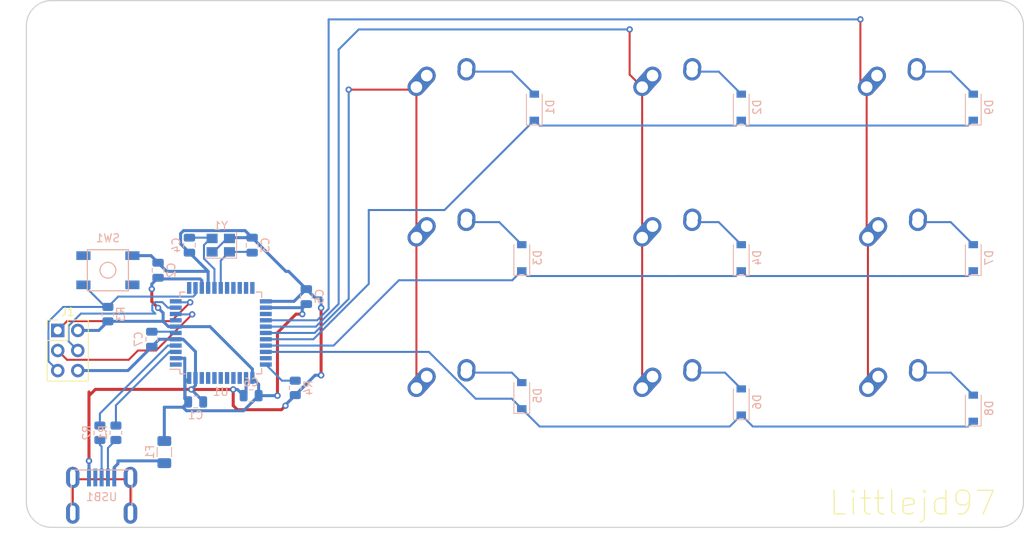
<source format=kicad_pcb>
(kicad_pcb (version 20171130) (host pcbnew "(5.1.10-1-10_14)")

  (general
    (thickness 1.6)
    (drawings 9)
    (tracks 269)
    (zones 0)
    (modules 35)
    (nets 50)
  )

  (page A4)
  (layers
    (0 F.Cu signal)
    (31 B.Cu signal)
    (32 B.Adhes user)
    (33 F.Adhes user)
    (34 B.Paste user)
    (35 F.Paste user)
    (36 B.SilkS user hide)
    (37 F.SilkS user)
    (38 B.Mask user)
    (39 F.Mask user)
    (40 Dwgs.User user)
    (41 Cmts.User user)
    (42 Eco1.User user)
    (43 Eco2.User user)
    (44 Edge.Cuts user)
    (45 Margin user)
    (46 B.CrtYd user)
    (47 F.CrtYd user)
    (48 B.Fab user)
    (49 F.Fab user)
  )

  (setup
    (last_trace_width 0.254)
    (trace_clearance 0.2)
    (zone_clearance 0.508)
    (zone_45_only no)
    (trace_min 0.2)
    (via_size 0.8)
    (via_drill 0.4)
    (via_min_size 0)
    (via_min_drill 0.3)
    (uvia_size 0.3)
    (uvia_drill 0.1)
    (uvias_allowed no)
    (uvia_min_size 0.2)
    (uvia_min_drill 0.1)
    (edge_width 0.05)
    (segment_width 0.2)
    (pcb_text_width 0.3)
    (pcb_text_size 1.5 1.5)
    (mod_edge_width 0.12)
    (mod_text_size 1 1)
    (mod_text_width 0.15)
    (pad_size 1.5 0.55)
    (pad_drill 0)
    (pad_to_mask_clearance 0)
    (aux_axis_origin 0 0)
    (visible_elements FFFFFFFF)
    (pcbplotparams
      (layerselection 0x010fc_ffffffff)
      (usegerberextensions true)
      (usegerberattributes true)
      (usegerberadvancedattributes true)
      (creategerberjobfile false)
      (excludeedgelayer true)
      (linewidth 0.100000)
      (plotframeref false)
      (viasonmask false)
      (mode 1)
      (useauxorigin false)
      (hpglpennumber 1)
      (hpglpenspeed 20)
      (hpglpendiameter 15.000000)
      (psnegative false)
      (psa4output false)
      (plotreference true)
      (plotvalue true)
      (plotinvisibletext false)
      (padsonsilk false)
      (subtractmaskfromsilk true)
      (outputformat 1)
      (mirror false)
      (drillshape 0)
      (scaleselection 1)
      (outputdirectory "Gerbers/"))
  )

  (net 0 "")
  (net 1 GND)
  (net 2 +5V)
  (net 3 "Net-(C3-Pad1)")
  (net 4 "Net-(C4-Pad1)")
  (net 5 "Net-(C7-Pad1)")
  (net 6 "Net-(D1-Pad2)")
  (net 7 ROW0)
  (net 8 "Net-(D2-Pad2)")
  (net 9 ROW1)
  (net 10 "Net-(D3-Pad2)")
  (net 11 "Net-(D4-Pad2)")
  (net 12 VCC)
  (net 13 COL0)
  (net 14 COL1)
  (net 15 D-)
  (net 16 "Net-(R1-Pad1)")
  (net 17 D+)
  (net 18 "Net-(R2-Pad1)")
  (net 19 "Net-(R4-Pad2)")
  (net 20 "Net-(U1-Pad42)")
  (net 21 "Net-(U1-Pad41)")
  (net 22 "Net-(U1-Pad40)")
  (net 23 "Net-(U1-Pad39)")
  (net 24 "Net-(U1-Pad38)")
  (net 25 "Net-(U1-Pad37)")
  (net 26 "Net-(U1-Pad36)")
  (net 27 "Net-(U1-Pad32)")
  (net 28 "Net-(U1-Pad25)")
  (net 29 "Net-(U1-Pad22)")
  (net 30 "Net-(U1-Pad21)")
  (net 31 "Net-(U1-Pad20)")
  (net 32 "Net-(U1-Pad19)")
  (net 33 "Net-(U1-Pad18)")
  (net 34 "Net-(U1-Pad12)")
  (net 35 "Net-(U1-Pad8)")
  (net 36 "Net-(U1-Pad1)")
  (net 37 "Net-(USB1-Pad6)")
  (net 38 "Net-(USB1-Pad2)")
  (net 39 "Net-(D5-Pad2)")
  (net 40 ROW2)
  (net 41 "Net-(D6-Pad2)")
  (net 42 "Net-(D7-Pad2)")
  (net 43 "Net-(D8-Pad2)")
  (net 44 "Net-(D9-Pad2)")
  (net 45 COL2)
  (net 46 "Net-(J1-Pad5)")
  (net 47 "Net-(J1-Pad4)")
  (net 48 "Net-(J1-Pad3)")
  (net 49 "Net-(J1-Pad1)")

  (net_class Default "This is the default net class."
    (clearance 0.2)
    (trace_width 0.254)
    (via_dia 0.8)
    (via_drill 0.4)
    (uvia_dia 0.3)
    (uvia_drill 0.1)
    (add_net COL0)
    (add_net COL1)
    (add_net COL2)
    (add_net D+)
    (add_net D-)
    (add_net "Net-(C3-Pad1)")
    (add_net "Net-(C4-Pad1)")
    (add_net "Net-(C7-Pad1)")
    (add_net "Net-(D1-Pad2)")
    (add_net "Net-(D2-Pad2)")
    (add_net "Net-(D3-Pad2)")
    (add_net "Net-(D4-Pad2)")
    (add_net "Net-(D5-Pad2)")
    (add_net "Net-(D6-Pad2)")
    (add_net "Net-(D7-Pad2)")
    (add_net "Net-(D8-Pad2)")
    (add_net "Net-(D9-Pad2)")
    (add_net "Net-(J1-Pad1)")
    (add_net "Net-(J1-Pad3)")
    (add_net "Net-(J1-Pad4)")
    (add_net "Net-(J1-Pad5)")
    (add_net "Net-(R1-Pad1)")
    (add_net "Net-(R2-Pad1)")
    (add_net "Net-(R4-Pad2)")
    (add_net "Net-(U1-Pad1)")
    (add_net "Net-(U1-Pad12)")
    (add_net "Net-(U1-Pad18)")
    (add_net "Net-(U1-Pad19)")
    (add_net "Net-(U1-Pad20)")
    (add_net "Net-(U1-Pad21)")
    (add_net "Net-(U1-Pad22)")
    (add_net "Net-(U1-Pad25)")
    (add_net "Net-(U1-Pad32)")
    (add_net "Net-(U1-Pad36)")
    (add_net "Net-(U1-Pad37)")
    (add_net "Net-(U1-Pad38)")
    (add_net "Net-(U1-Pad39)")
    (add_net "Net-(U1-Pad40)")
    (add_net "Net-(U1-Pad41)")
    (add_net "Net-(U1-Pad42)")
    (add_net "Net-(U1-Pad8)")
    (add_net "Net-(USB1-Pad2)")
    (add_net "Net-(USB1-Pad6)")
    (add_net ROW0)
    (add_net ROW1)
    (add_net ROW2)
  )

  (net_class Power ""
    (clearance 0.2)
    (trace_width 0.381)
    (via_dia 0.8)
    (via_drill 0.4)
    (uvia_dia 0.3)
    (uvia_drill 0.1)
    (add_net +5V)
    (add_net GND)
    (add_net VCC)
  )

  (module Connector_PinHeader_2.54mm:PinHeader_2x03_P2.54mm_Vertical (layer F.Cu) (tedit 59FED5CC) (tstamp 60FD31C7)
    (at 44.45 96.52)
    (descr "Through hole straight pin header, 2x03, 2.54mm pitch, double rows")
    (tags "Through hole pin header THT 2x03 2.54mm double row")
    (path /60FCE4E8)
    (fp_text reference J1 (at 1.27 -2.33) (layer F.SilkS)
      (effects (font (size 1 1) (thickness 0.15)))
    )
    (fp_text value Conn_02x03_Odd_Even (at 1.27 7.41) (layer F.Fab)
      (effects (font (size 1 1) (thickness 0.15)))
    )
    (fp_line (start 4.35 -1.8) (end -1.8 -1.8) (layer F.CrtYd) (width 0.05))
    (fp_line (start 4.35 6.85) (end 4.35 -1.8) (layer F.CrtYd) (width 0.05))
    (fp_line (start -1.8 6.85) (end 4.35 6.85) (layer F.CrtYd) (width 0.05))
    (fp_line (start -1.8 -1.8) (end -1.8 6.85) (layer F.CrtYd) (width 0.05))
    (fp_line (start -1.33 -1.33) (end 0 -1.33) (layer F.SilkS) (width 0.12))
    (fp_line (start -1.33 0) (end -1.33 -1.33) (layer F.SilkS) (width 0.12))
    (fp_line (start 1.27 -1.33) (end 3.87 -1.33) (layer F.SilkS) (width 0.12))
    (fp_line (start 1.27 1.27) (end 1.27 -1.33) (layer F.SilkS) (width 0.12))
    (fp_line (start -1.33 1.27) (end 1.27 1.27) (layer F.SilkS) (width 0.12))
    (fp_line (start 3.87 -1.33) (end 3.87 6.41) (layer F.SilkS) (width 0.12))
    (fp_line (start -1.33 1.27) (end -1.33 6.41) (layer F.SilkS) (width 0.12))
    (fp_line (start -1.33 6.41) (end 3.87 6.41) (layer F.SilkS) (width 0.12))
    (fp_line (start -1.27 0) (end 0 -1.27) (layer F.Fab) (width 0.1))
    (fp_line (start -1.27 6.35) (end -1.27 0) (layer F.Fab) (width 0.1))
    (fp_line (start 3.81 6.35) (end -1.27 6.35) (layer F.Fab) (width 0.1))
    (fp_line (start 3.81 -1.27) (end 3.81 6.35) (layer F.Fab) (width 0.1))
    (fp_line (start 0 -1.27) (end 3.81 -1.27) (layer F.Fab) (width 0.1))
    (fp_text user %R (at 1.27 2.54 90) (layer F.Fab)
      (effects (font (size 1 1) (thickness 0.15)))
    )
    (pad 6 thru_hole oval (at 2.54 5.08) (size 1.7 1.7) (drill 1) (layers *.Cu *.Mask)
      (net 1 GND))
    (pad 5 thru_hole oval (at 0 5.08) (size 1.7 1.7) (drill 1) (layers *.Cu *.Mask)
      (net 46 "Net-(J1-Pad5)"))
    (pad 4 thru_hole oval (at 2.54 2.54) (size 1.7 1.7) (drill 1) (layers *.Cu *.Mask)
      (net 47 "Net-(J1-Pad4)"))
    (pad 3 thru_hole oval (at 0 2.54) (size 1.7 1.7) (drill 1) (layers *.Cu *.Mask)
      (net 48 "Net-(J1-Pad3)"))
    (pad 2 thru_hole oval (at 2.54 0) (size 1.7 1.7) (drill 1) (layers *.Cu *.Mask)
      (net 2 +5V))
    (pad 1 thru_hole rect (at 0 0) (size 1.7 1.7) (drill 1) (layers *.Cu *.Mask)
      (net 49 "Net-(J1-Pad1)"))
    (model ${KISYS3DMOD}/Connector_PinHeader_2.54mm.3dshapes/PinHeader_2x03_P2.54mm_Vertical.wrl
      (at (xyz 0 0 0))
      (scale (xyz 1 1 1))
      (rotate (xyz 0 0 0))
    )
  )

  (module random-keyboard-parts:Molex-0548190589 (layer B.Cu) (tedit 60C81E48) (tstamp 60C61B5A)
    (at 50.00625 119.634 90)
    (path /60CE50C6)
    (attr smd)
    (fp_text reference USB1 (at 2.032 0) (layer B.SilkS)
      (effects (font (size 1 1) (thickness 0.15)) (justify mirror))
    )
    (fp_text value Molex-0548190589 (at -5.08 0) (layer Dwgs.User)
      (effects (font (size 1 1) (thickness 0.15)))
    )
    (fp_line (start -3.75 3.85) (end -3.75 -3.85) (layer Dwgs.User) (width 0.15))
    (fp_line (start -1.75 4.572) (end -1.75 -4.572) (layer Dwgs.User) (width 0.15))
    (fp_line (start -3.75 -3.85) (end 0 -3.85) (layer Dwgs.User) (width 0.15))
    (fp_line (start -3.75 3.85) (end 0 3.85) (layer Dwgs.User) (width 0.15))
    (fp_line (start 5.45 3.85) (end 5.45 -3.85) (layer B.SilkS) (width 0.15))
    (fp_line (start 0 -3.85) (end 5.45 -3.85) (layer B.SilkS) (width 0.15))
    (fp_line (start 0 3.85) (end 5.45 3.85) (layer B.SilkS) (width 0.15))
    (fp_line (start -3.75 3.75) (end 5.5 3.75) (layer B.CrtYd) (width 0.15))
    (fp_line (start 5.5 3.75) (end 5.5 -3.75) (layer B.CrtYd) (width 0.15))
    (fp_line (start 5.5 -3.75) (end -3.75 -3.75) (layer B.CrtYd) (width 0.15))
    (fp_line (start -3.75 -3.75) (end -3.75 3.75) (layer B.CrtYd) (width 0.15))
    (fp_line (start 5.5 2) (end 3.25 2) (layer B.CrtYd) (width 0.15))
    (fp_line (start 3.25 2) (end 3.25 -2) (layer B.CrtYd) (width 0.15))
    (fp_line (start 3.25 -2) (end 5.5 -2) (layer B.CrtYd) (width 0.15))
    (fp_line (start 5.5 -1.25) (end 3.25 -1.25) (layer B.CrtYd) (width 0.15))
    (fp_line (start 3.25 -0.5) (end 5.5 -0.5) (layer B.CrtYd) (width 0.15))
    (fp_line (start 5.5 0.5) (end 3.25 0.5) (layer B.CrtYd) (width 0.15))
    (fp_line (start 3.25 1.25) (end 5.5 1.25) (layer B.CrtYd) (width 0.15))
    (fp_text user %R (at 2 0) (layer B.CrtYd)
      (effects (font (size 1 1) (thickness 0.15)) (justify mirror))
    )
    (pad 1 smd rect (at 4.5 -1.6 90) (size 2.25 0.5) (layers B.Cu B.Paste B.Mask)
      (net 1 GND))
    (pad 2 smd rect (at 4.5 -0.8 90) (size 2.25 0.5) (layers B.Cu B.Paste B.Mask)
      (net 38 "Net-(USB1-Pad2)"))
    (pad 3 smd rect (at 4.5 0 90) (size 2.25 0.5) (layers B.Cu B.Paste B.Mask)
      (net 17 D+))
    (pad 4 smd rect (at 4.5 0.8 90) (size 2.25 0.5) (layers B.Cu B.Paste B.Mask)
      (net 15 D-))
    (pad 5 smd rect (at 4.5 1.6 90) (size 2.25 0.5) (layers B.Cu B.Paste B.Mask)
      (net 12 VCC))
    (pad 6 thru_hole oval (at 4.5 3.65 90) (size 2.7 1.7) (drill oval 1.9 0.7) (layers *.Cu *.Mask)
      (net 37 "Net-(USB1-Pad6)"))
    (pad 6 thru_hole oval (at 4.5 -3.65 90) (size 2.7 1.7) (drill oval 1.9 0.7) (layers *.Cu *.Mask)
      (net 37 "Net-(USB1-Pad6)"))
    (pad 6 thru_hole oval (at 0 -3.65 90) (size 2.7 1.7) (drill oval 1.9 0.7) (layers *.Cu *.Mask)
      (net 37 "Net-(USB1-Pad6)"))
    (pad 6 thru_hole oval (at 0 3.65 90) (size 2.7 1.7) (drill oval 1.9 0.7) (layers *.Cu *.Mask)
      (net 37 "Net-(USB1-Pad6)"))
  )

  (module MX_Alps_Hybrid:MX-1.5U-NoLED (layer F.Cu) (tedit 5A9F5217) (tstamp 60C83C7E)
    (at 150.65375 68.2625)
    (path /60DB6342)
    (fp_text reference MX9 (at 0 3.175) (layer Dwgs.User)
      (effects (font (size 1 1) (thickness 0.15)))
    )
    (fp_text value MX-NoLED (at 0 -7.9375) (layer Dwgs.User)
      (effects (font (size 1 1) (thickness 0.15)))
    )
    (fp_line (start 5 -7) (end 7 -7) (layer Dwgs.User) (width 0.15))
    (fp_line (start 7 -7) (end 7 -5) (layer Dwgs.User) (width 0.15))
    (fp_line (start 5 7) (end 7 7) (layer Dwgs.User) (width 0.15))
    (fp_line (start 7 7) (end 7 5) (layer Dwgs.User) (width 0.15))
    (fp_line (start -7 5) (end -7 7) (layer Dwgs.User) (width 0.15))
    (fp_line (start -7 7) (end -5 7) (layer Dwgs.User) (width 0.15))
    (fp_line (start -5 -7) (end -7 -7) (layer Dwgs.User) (width 0.15))
    (fp_line (start -7 -7) (end -7 -5) (layer Dwgs.User) (width 0.15))
    (fp_line (start -14.2875 -9.525) (end 14.2875 -9.525) (layer Dwgs.User) (width 0.15))
    (fp_line (start 14.2875 -9.525) (end 14.2875 9.525) (layer Dwgs.User) (width 0.15))
    (fp_line (start 14.2875 9.525) (end -14.2875 9.525) (layer Dwgs.User) (width 0.15))
    (fp_line (start -14.2875 9.525) (end -14.2875 -9.525) (layer Dwgs.User) (width 0.15))
    (pad "" np_thru_hole circle (at 5.08 0 48.0996) (size 1.75 1.75) (drill 1.75) (layers *.Cu *.Mask))
    (pad "" np_thru_hole circle (at -5.08 0 48.0996) (size 1.75 1.75) (drill 1.75) (layers *.Cu *.Mask))
    (pad 1 thru_hole circle (at -2.5 -4) (size 2.25 2.25) (drill 1.47) (layers *.Cu B.Mask)
      (net 45 COL2))
    (pad "" np_thru_hole circle (at 0 0) (size 3.9878 3.9878) (drill 3.9878) (layers *.Cu *.Mask))
    (pad 1 thru_hole oval (at -3.81 -2.54 48.0996) (size 4.211556 2.25) (drill 1.47 (offset 0.980778 0)) (layers *.Cu B.Mask)
      (net 45 COL2))
    (pad 2 thru_hole circle (at 2.54 -5.08) (size 2.25 2.25) (drill 1.47) (layers *.Cu B.Mask)
      (net 44 "Net-(D9-Pad2)"))
    (pad 2 thru_hole oval (at 2.5 -4.5 86.0548) (size 2.831378 2.25) (drill 1.47 (offset 0.290689 0)) (layers *.Cu B.Mask)
      (net 44 "Net-(D9-Pad2)"))
  )

  (module MX_Alps_Hybrid:MX-1.5U-NoLED (layer F.Cu) (tedit 5A9F5217) (tstamp 60C84421)
    (at 93.6625 106.3625)
    (path /60DC61E6)
    (fp_text reference MX5 (at 0 3.175) (layer Dwgs.User)
      (effects (font (size 1 1) (thickness 0.15)))
    )
    (fp_text value MX-NoLED (at 0 -7.9375) (layer Dwgs.User)
      (effects (font (size 1 1) (thickness 0.15)))
    )
    (fp_line (start 5 -7) (end 7 -7) (layer Dwgs.User) (width 0.15))
    (fp_line (start 7 -7) (end 7 -5) (layer Dwgs.User) (width 0.15))
    (fp_line (start 5 7) (end 7 7) (layer Dwgs.User) (width 0.15))
    (fp_line (start 7 7) (end 7 5) (layer Dwgs.User) (width 0.15))
    (fp_line (start -7 5) (end -7 7) (layer Dwgs.User) (width 0.15))
    (fp_line (start -7 7) (end -5 7) (layer Dwgs.User) (width 0.15))
    (fp_line (start -5 -7) (end -7 -7) (layer Dwgs.User) (width 0.15))
    (fp_line (start -7 -7) (end -7 -5) (layer Dwgs.User) (width 0.15))
    (fp_line (start -14.2875 -9.525) (end 14.2875 -9.525) (layer Dwgs.User) (width 0.15))
    (fp_line (start 14.2875 -9.525) (end 14.2875 9.525) (layer Dwgs.User) (width 0.15))
    (fp_line (start 14.2875 9.525) (end -14.2875 9.525) (layer Dwgs.User) (width 0.15))
    (fp_line (start -14.2875 9.525) (end -14.2875 -9.525) (layer Dwgs.User) (width 0.15))
    (pad "" np_thru_hole circle (at 5.08 0 48.0996) (size 1.75 1.75) (drill 1.75) (layers *.Cu *.Mask))
    (pad "" np_thru_hole circle (at -5.08 0 48.0996) (size 1.75 1.75) (drill 1.75) (layers *.Cu *.Mask))
    (pad 1 thru_hole circle (at -2.5 -4) (size 2.25 2.25) (drill 1.47) (layers *.Cu B.Mask)
      (net 13 COL0))
    (pad "" np_thru_hole circle (at 0 0) (size 3.9878 3.9878) (drill 3.9878) (layers *.Cu *.Mask))
    (pad 1 thru_hole oval (at -3.81 -2.54 48.0996) (size 4.211556 2.25) (drill 1.47 (offset 0.980778 0)) (layers *.Cu B.Mask)
      (net 13 COL0))
    (pad 2 thru_hole circle (at 2.54 -5.08) (size 2.25 2.25) (drill 1.47) (layers *.Cu B.Mask)
      (net 39 "Net-(D5-Pad2)"))
    (pad 2 thru_hole oval (at 2.5 -4.5 86.0548) (size 2.831378 2.25) (drill 1.47 (offset 0.290689 0)) (layers *.Cu B.Mask)
      (net 39 "Net-(D5-Pad2)"))
  )

  (module MX_Alps_Hybrid:MX-1.5U-NoLED (layer F.Cu) (tedit 5A9F5217) (tstamp 60C843DC)
    (at 93.6625 68.2625)
    (path /60CF14D5)
    (fp_text reference MX1 (at 0 3.175) (layer Dwgs.User)
      (effects (font (size 1 1) (thickness 0.15)))
    )
    (fp_text value MX-NoLED (at 0 -7.9375) (layer Dwgs.User)
      (effects (font (size 1 1) (thickness 0.15)))
    )
    (fp_line (start -14.2875 9.525) (end -14.2875 -9.525) (layer Dwgs.User) (width 0.15))
    (fp_line (start 14.2875 9.525) (end -14.2875 9.525) (layer Dwgs.User) (width 0.15))
    (fp_line (start 14.2875 -9.525) (end 14.2875 9.525) (layer Dwgs.User) (width 0.15))
    (fp_line (start -14.2875 -9.525) (end 14.2875 -9.525) (layer Dwgs.User) (width 0.15))
    (fp_line (start -7 -7) (end -7 -5) (layer Dwgs.User) (width 0.15))
    (fp_line (start -5 -7) (end -7 -7) (layer Dwgs.User) (width 0.15))
    (fp_line (start -7 7) (end -5 7) (layer Dwgs.User) (width 0.15))
    (fp_line (start -7 5) (end -7 7) (layer Dwgs.User) (width 0.15))
    (fp_line (start 7 7) (end 7 5) (layer Dwgs.User) (width 0.15))
    (fp_line (start 5 7) (end 7 7) (layer Dwgs.User) (width 0.15))
    (fp_line (start 7 -7) (end 7 -5) (layer Dwgs.User) (width 0.15))
    (fp_line (start 5 -7) (end 7 -7) (layer Dwgs.User) (width 0.15))
    (pad "" np_thru_hole circle (at 5.08 0 48.0996) (size 1.75 1.75) (drill 1.75) (layers *.Cu *.Mask))
    (pad "" np_thru_hole circle (at -5.08 0 48.0996) (size 1.75 1.75) (drill 1.75) (layers *.Cu *.Mask))
    (pad 1 thru_hole circle (at -2.5 -4) (size 2.25 2.25) (drill 1.47) (layers *.Cu B.Mask)
      (net 13 COL0))
    (pad "" np_thru_hole circle (at 0 0) (size 3.9878 3.9878) (drill 3.9878) (layers *.Cu *.Mask))
    (pad 1 thru_hole oval (at -3.81 -2.54 48.0996) (size 4.211556 2.25) (drill 1.47 (offset 0.980778 0)) (layers *.Cu B.Mask)
      (net 13 COL0))
    (pad 2 thru_hole circle (at 2.54 -5.08) (size 2.25 2.25) (drill 1.47) (layers *.Cu B.Mask)
      (net 6 "Net-(D1-Pad2)"))
    (pad 2 thru_hole oval (at 2.5 -4.5 86.0548) (size 2.831378 2.25) (drill 1.47 (offset 0.290689 0)) (layers *.Cu B.Mask)
      (net 6 "Net-(D1-Pad2)"))
  )

  (module MX_Alps_Hybrid:MX-1.5U-NoLED (layer F.Cu) (tedit 5A9F5217) (tstamp 60C83C39)
    (at 122.2375 106.3625)
    (path /60DC61F4)
    (fp_text reference MX6 (at 0 3.175) (layer Dwgs.User)
      (effects (font (size 1 1) (thickness 0.15)))
    )
    (fp_text value MX-NoLED (at 0 -7.9375) (layer Dwgs.User)
      (effects (font (size 1 1) (thickness 0.15)))
    )
    (fp_line (start 5 -7) (end 7 -7) (layer Dwgs.User) (width 0.15))
    (fp_line (start 7 -7) (end 7 -5) (layer Dwgs.User) (width 0.15))
    (fp_line (start 5 7) (end 7 7) (layer Dwgs.User) (width 0.15))
    (fp_line (start 7 7) (end 7 5) (layer Dwgs.User) (width 0.15))
    (fp_line (start -7 5) (end -7 7) (layer Dwgs.User) (width 0.15))
    (fp_line (start -7 7) (end -5 7) (layer Dwgs.User) (width 0.15))
    (fp_line (start -5 -7) (end -7 -7) (layer Dwgs.User) (width 0.15))
    (fp_line (start -7 -7) (end -7 -5) (layer Dwgs.User) (width 0.15))
    (fp_line (start -14.2875 -9.525) (end 14.2875 -9.525) (layer Dwgs.User) (width 0.15))
    (fp_line (start 14.2875 -9.525) (end 14.2875 9.525) (layer Dwgs.User) (width 0.15))
    (fp_line (start 14.2875 9.525) (end -14.2875 9.525) (layer Dwgs.User) (width 0.15))
    (fp_line (start -14.2875 9.525) (end -14.2875 -9.525) (layer Dwgs.User) (width 0.15))
    (pad "" np_thru_hole circle (at 5.08 0 48.0996) (size 1.75 1.75) (drill 1.75) (layers *.Cu *.Mask))
    (pad "" np_thru_hole circle (at -5.08 0 48.0996) (size 1.75 1.75) (drill 1.75) (layers *.Cu *.Mask))
    (pad 1 thru_hole circle (at -2.5 -4) (size 2.25 2.25) (drill 1.47) (layers *.Cu B.Mask)
      (net 14 COL1))
    (pad "" np_thru_hole circle (at 0 0) (size 3.9878 3.9878) (drill 3.9878) (layers *.Cu *.Mask))
    (pad 1 thru_hole oval (at -3.81 -2.54 48.0996) (size 4.211556 2.25) (drill 1.47 (offset 0.980778 0)) (layers *.Cu B.Mask)
      (net 14 COL1))
    (pad 2 thru_hole circle (at 2.54 -5.08) (size 2.25 2.25) (drill 1.47) (layers *.Cu B.Mask)
      (net 41 "Net-(D6-Pad2)"))
    (pad 2 thru_hole oval (at 2.5 -4.5 86.0548) (size 2.831378 2.25) (drill 1.47 (offset 0.290689 0)) (layers *.Cu B.Mask)
      (net 41 "Net-(D6-Pad2)"))
  )

  (module MX_Alps_Hybrid:MX-1.5U-NoLED (layer F.Cu) (tedit 5A9F5217) (tstamp 60C83C67)
    (at 150.8125 106.3625)
    (path /60DC6209)
    (fp_text reference MX8 (at 0 3.175) (layer Dwgs.User)
      (effects (font (size 1 1) (thickness 0.15)))
    )
    (fp_text value MX-NoLED (at 0 -7.9375) (layer Dwgs.User)
      (effects (font (size 1 1) (thickness 0.15)))
    )
    (fp_line (start 5 -7) (end 7 -7) (layer Dwgs.User) (width 0.15))
    (fp_line (start 7 -7) (end 7 -5) (layer Dwgs.User) (width 0.15))
    (fp_line (start 5 7) (end 7 7) (layer Dwgs.User) (width 0.15))
    (fp_line (start 7 7) (end 7 5) (layer Dwgs.User) (width 0.15))
    (fp_line (start -7 5) (end -7 7) (layer Dwgs.User) (width 0.15))
    (fp_line (start -7 7) (end -5 7) (layer Dwgs.User) (width 0.15))
    (fp_line (start -5 -7) (end -7 -7) (layer Dwgs.User) (width 0.15))
    (fp_line (start -7 -7) (end -7 -5) (layer Dwgs.User) (width 0.15))
    (fp_line (start -14.2875 -9.525) (end 14.2875 -9.525) (layer Dwgs.User) (width 0.15))
    (fp_line (start 14.2875 -9.525) (end 14.2875 9.525) (layer Dwgs.User) (width 0.15))
    (fp_line (start 14.2875 9.525) (end -14.2875 9.525) (layer Dwgs.User) (width 0.15))
    (fp_line (start -14.2875 9.525) (end -14.2875 -9.525) (layer Dwgs.User) (width 0.15))
    (pad "" np_thru_hole circle (at 5.08 0 48.0996) (size 1.75 1.75) (drill 1.75) (layers *.Cu *.Mask))
    (pad "" np_thru_hole circle (at -5.08 0 48.0996) (size 1.75 1.75) (drill 1.75) (layers *.Cu *.Mask))
    (pad 1 thru_hole circle (at -2.5 -4) (size 2.25 2.25) (drill 1.47) (layers *.Cu B.Mask)
      (net 45 COL2))
    (pad "" np_thru_hole circle (at 0 0) (size 3.9878 3.9878) (drill 3.9878) (layers *.Cu *.Mask))
    (pad 1 thru_hole oval (at -3.81 -2.54 48.0996) (size 4.211556 2.25) (drill 1.47 (offset 0.980778 0)) (layers *.Cu B.Mask)
      (net 45 COL2))
    (pad 2 thru_hole circle (at 2.54 -5.08) (size 2.25 2.25) (drill 1.47) (layers *.Cu B.Mask)
      (net 43 "Net-(D8-Pad2)"))
    (pad 2 thru_hole oval (at 2.5 -4.5 86.0548) (size 2.831378 2.25) (drill 1.47 (offset 0.290689 0)) (layers *.Cu B.Mask)
      (net 43 "Net-(D8-Pad2)"))
  )

  (module MX_Alps_Hybrid:MX-1.5U-NoLED (layer F.Cu) (tedit 5A9F5217) (tstamp 60C83C50)
    (at 150.8125 87.3125)
    (path /60DBB510)
    (fp_text reference MX7 (at 0 3.175) (layer Dwgs.User)
      (effects (font (size 1 1) (thickness 0.15)))
    )
    (fp_text value MX-NoLED (at 0 -7.9375) (layer Dwgs.User)
      (effects (font (size 1 1) (thickness 0.15)))
    )
    (fp_line (start 5 -7) (end 7 -7) (layer Dwgs.User) (width 0.15))
    (fp_line (start 7 -7) (end 7 -5) (layer Dwgs.User) (width 0.15))
    (fp_line (start 5 7) (end 7 7) (layer Dwgs.User) (width 0.15))
    (fp_line (start 7 7) (end 7 5) (layer Dwgs.User) (width 0.15))
    (fp_line (start -7 5) (end -7 7) (layer Dwgs.User) (width 0.15))
    (fp_line (start -7 7) (end -5 7) (layer Dwgs.User) (width 0.15))
    (fp_line (start -5 -7) (end -7 -7) (layer Dwgs.User) (width 0.15))
    (fp_line (start -7 -7) (end -7 -5) (layer Dwgs.User) (width 0.15))
    (fp_line (start -14.2875 -9.525) (end 14.2875 -9.525) (layer Dwgs.User) (width 0.15))
    (fp_line (start 14.2875 -9.525) (end 14.2875 9.525) (layer Dwgs.User) (width 0.15))
    (fp_line (start 14.2875 9.525) (end -14.2875 9.525) (layer Dwgs.User) (width 0.15))
    (fp_line (start -14.2875 9.525) (end -14.2875 -9.525) (layer Dwgs.User) (width 0.15))
    (pad "" np_thru_hole circle (at 5.08 0 48.0996) (size 1.75 1.75) (drill 1.75) (layers *.Cu *.Mask))
    (pad "" np_thru_hole circle (at -5.08 0 48.0996) (size 1.75 1.75) (drill 1.75) (layers *.Cu *.Mask))
    (pad 1 thru_hole circle (at -2.5 -4) (size 2.25 2.25) (drill 1.47) (layers *.Cu B.Mask)
      (net 45 COL2))
    (pad "" np_thru_hole circle (at 0 0) (size 3.9878 3.9878) (drill 3.9878) (layers *.Cu *.Mask))
    (pad 1 thru_hole oval (at -3.81 -2.54 48.0996) (size 4.211556 2.25) (drill 1.47 (offset 0.980778 0)) (layers *.Cu B.Mask)
      (net 45 COL2))
    (pad 2 thru_hole circle (at 2.54 -5.08) (size 2.25 2.25) (drill 1.47) (layers *.Cu B.Mask)
      (net 42 "Net-(D7-Pad2)"))
    (pad 2 thru_hole oval (at 2.5 -4.5 86.0548) (size 2.831378 2.25) (drill 1.47 (offset 0.290689 0)) (layers *.Cu B.Mask)
      (net 42 "Net-(D7-Pad2)"))
  )

  (module Diode_SMD:D_SOD-123 (layer B.Cu) (tedit 58645DC7) (tstamp 60C83B3B)
    (at 160.3375 68.2625 90)
    (descr SOD-123)
    (tags SOD-123)
    (path /60DB6348)
    (attr smd)
    (fp_text reference D9 (at 0 2 270) (layer B.SilkS)
      (effects (font (size 1 1) (thickness 0.15)) (justify mirror))
    )
    (fp_text value D_Small (at 0 -2.1 270) (layer B.Fab)
      (effects (font (size 1 1) (thickness 0.15)) (justify mirror))
    )
    (fp_line (start -2.25 1) (end -2.25 -1) (layer B.SilkS) (width 0.12))
    (fp_line (start 0.25 0) (end 0.75 0) (layer B.Fab) (width 0.1))
    (fp_line (start 0.25 -0.4) (end -0.35 0) (layer B.Fab) (width 0.1))
    (fp_line (start 0.25 0.4) (end 0.25 -0.4) (layer B.Fab) (width 0.1))
    (fp_line (start -0.35 0) (end 0.25 0.4) (layer B.Fab) (width 0.1))
    (fp_line (start -0.35 0) (end -0.35 -0.55) (layer B.Fab) (width 0.1))
    (fp_line (start -0.35 0) (end -0.35 0.55) (layer B.Fab) (width 0.1))
    (fp_line (start -0.75 0) (end -0.35 0) (layer B.Fab) (width 0.1))
    (fp_line (start -1.4 -0.9) (end -1.4 0.9) (layer B.Fab) (width 0.1))
    (fp_line (start 1.4 -0.9) (end -1.4 -0.9) (layer B.Fab) (width 0.1))
    (fp_line (start 1.4 0.9) (end 1.4 -0.9) (layer B.Fab) (width 0.1))
    (fp_line (start -1.4 0.9) (end 1.4 0.9) (layer B.Fab) (width 0.1))
    (fp_line (start -2.35 1.15) (end 2.35 1.15) (layer B.CrtYd) (width 0.05))
    (fp_line (start 2.35 1.15) (end 2.35 -1.15) (layer B.CrtYd) (width 0.05))
    (fp_line (start 2.35 -1.15) (end -2.35 -1.15) (layer B.CrtYd) (width 0.05))
    (fp_line (start -2.35 1.15) (end -2.35 -1.15) (layer B.CrtYd) (width 0.05))
    (fp_line (start -2.25 -1) (end 1.65 -1) (layer B.SilkS) (width 0.12))
    (fp_line (start -2.25 1) (end 1.65 1) (layer B.SilkS) (width 0.12))
    (fp_text user %R (at 0 2 270) (layer B.Fab)
      (effects (font (size 1 1) (thickness 0.15)) (justify mirror))
    )
    (pad 2 smd rect (at 1.65 0 90) (size 0.9 1.2) (layers B.Cu B.Paste B.Mask)
      (net 44 "Net-(D9-Pad2)"))
    (pad 1 smd rect (at -1.65 0 90) (size 0.9 1.2) (layers B.Cu B.Paste B.Mask)
      (net 7 ROW0))
    (model ${KISYS3DMOD}/Diode_SMD.3dshapes/D_SOD-123.wrl
      (at (xyz 0 0 0))
      (scale (xyz 1 1 1))
      (rotate (xyz 0 0 0))
    )
  )

  (module Diode_SMD:D_SOD-123 (layer B.Cu) (tedit 58645DC7) (tstamp 60C83B22)
    (at 160.3375 106.3625 90)
    (descr SOD-123)
    (tags SOD-123)
    (path /60DC620F)
    (attr smd)
    (fp_text reference D8 (at 0 2 270) (layer B.SilkS)
      (effects (font (size 1 1) (thickness 0.15)) (justify mirror))
    )
    (fp_text value D_Small (at 0 -2.1 270) (layer B.Fab)
      (effects (font (size 1 1) (thickness 0.15)) (justify mirror))
    )
    (fp_line (start -2.25 1) (end -2.25 -1) (layer B.SilkS) (width 0.12))
    (fp_line (start 0.25 0) (end 0.75 0) (layer B.Fab) (width 0.1))
    (fp_line (start 0.25 -0.4) (end -0.35 0) (layer B.Fab) (width 0.1))
    (fp_line (start 0.25 0.4) (end 0.25 -0.4) (layer B.Fab) (width 0.1))
    (fp_line (start -0.35 0) (end 0.25 0.4) (layer B.Fab) (width 0.1))
    (fp_line (start -0.35 0) (end -0.35 -0.55) (layer B.Fab) (width 0.1))
    (fp_line (start -0.35 0) (end -0.35 0.55) (layer B.Fab) (width 0.1))
    (fp_line (start -0.75 0) (end -0.35 0) (layer B.Fab) (width 0.1))
    (fp_line (start -1.4 -0.9) (end -1.4 0.9) (layer B.Fab) (width 0.1))
    (fp_line (start 1.4 -0.9) (end -1.4 -0.9) (layer B.Fab) (width 0.1))
    (fp_line (start 1.4 0.9) (end 1.4 -0.9) (layer B.Fab) (width 0.1))
    (fp_line (start -1.4 0.9) (end 1.4 0.9) (layer B.Fab) (width 0.1))
    (fp_line (start -2.35 1.15) (end 2.35 1.15) (layer B.CrtYd) (width 0.05))
    (fp_line (start 2.35 1.15) (end 2.35 -1.15) (layer B.CrtYd) (width 0.05))
    (fp_line (start 2.35 -1.15) (end -2.35 -1.15) (layer B.CrtYd) (width 0.05))
    (fp_line (start -2.35 1.15) (end -2.35 -1.15) (layer B.CrtYd) (width 0.05))
    (fp_line (start -2.25 -1) (end 1.65 -1) (layer B.SilkS) (width 0.12))
    (fp_line (start -2.25 1) (end 1.65 1) (layer B.SilkS) (width 0.12))
    (fp_text user %R (at 0 2 270) (layer B.Fab)
      (effects (font (size 1 1) (thickness 0.15)) (justify mirror))
    )
    (pad 2 smd rect (at 1.65 0 90) (size 0.9 1.2) (layers B.Cu B.Paste B.Mask)
      (net 43 "Net-(D8-Pad2)"))
    (pad 1 smd rect (at -1.65 0 90) (size 0.9 1.2) (layers B.Cu B.Paste B.Mask)
      (net 40 ROW2))
    (model ${KISYS3DMOD}/Diode_SMD.3dshapes/D_SOD-123.wrl
      (at (xyz 0 0 0))
      (scale (xyz 1 1 1))
      (rotate (xyz 0 0 0))
    )
  )

  (module Diode_SMD:D_SOD-123 (layer B.Cu) (tedit 58645DC7) (tstamp 60C83B09)
    (at 160.3375 87.3125 90)
    (descr SOD-123)
    (tags SOD-123)
    (path /60DBB516)
    (attr smd)
    (fp_text reference D7 (at 0 2 270) (layer B.SilkS)
      (effects (font (size 1 1) (thickness 0.15)) (justify mirror))
    )
    (fp_text value D_Small (at 0 -2.1 270) (layer B.Fab)
      (effects (font (size 1 1) (thickness 0.15)) (justify mirror))
    )
    (fp_line (start -2.25 1) (end -2.25 -1) (layer B.SilkS) (width 0.12))
    (fp_line (start 0.25 0) (end 0.75 0) (layer B.Fab) (width 0.1))
    (fp_line (start 0.25 -0.4) (end -0.35 0) (layer B.Fab) (width 0.1))
    (fp_line (start 0.25 0.4) (end 0.25 -0.4) (layer B.Fab) (width 0.1))
    (fp_line (start -0.35 0) (end 0.25 0.4) (layer B.Fab) (width 0.1))
    (fp_line (start -0.35 0) (end -0.35 -0.55) (layer B.Fab) (width 0.1))
    (fp_line (start -0.35 0) (end -0.35 0.55) (layer B.Fab) (width 0.1))
    (fp_line (start -0.75 0) (end -0.35 0) (layer B.Fab) (width 0.1))
    (fp_line (start -1.4 -0.9) (end -1.4 0.9) (layer B.Fab) (width 0.1))
    (fp_line (start 1.4 -0.9) (end -1.4 -0.9) (layer B.Fab) (width 0.1))
    (fp_line (start 1.4 0.9) (end 1.4 -0.9) (layer B.Fab) (width 0.1))
    (fp_line (start -1.4 0.9) (end 1.4 0.9) (layer B.Fab) (width 0.1))
    (fp_line (start -2.35 1.15) (end 2.35 1.15) (layer B.CrtYd) (width 0.05))
    (fp_line (start 2.35 1.15) (end 2.35 -1.15) (layer B.CrtYd) (width 0.05))
    (fp_line (start 2.35 -1.15) (end -2.35 -1.15) (layer B.CrtYd) (width 0.05))
    (fp_line (start -2.35 1.15) (end -2.35 -1.15) (layer B.CrtYd) (width 0.05))
    (fp_line (start -2.25 -1) (end 1.65 -1) (layer B.SilkS) (width 0.12))
    (fp_line (start -2.25 1) (end 1.65 1) (layer B.SilkS) (width 0.12))
    (fp_text user %R (at 0 2 270) (layer B.Fab)
      (effects (font (size 1 1) (thickness 0.15)) (justify mirror))
    )
    (pad 2 smd rect (at 1.65 0 90) (size 0.9 1.2) (layers B.Cu B.Paste B.Mask)
      (net 42 "Net-(D7-Pad2)"))
    (pad 1 smd rect (at -1.65 0 90) (size 0.9 1.2) (layers B.Cu B.Paste B.Mask)
      (net 9 ROW1))
    (model ${KISYS3DMOD}/Diode_SMD.3dshapes/D_SOD-123.wrl
      (at (xyz 0 0 0))
      (scale (xyz 1 1 1))
      (rotate (xyz 0 0 0))
    )
  )

  (module Diode_SMD:D_SOD-123 (layer B.Cu) (tedit 58645DC7) (tstamp 60C83AF0)
    (at 130.96875 105.56875 90)
    (descr SOD-123)
    (tags SOD-123)
    (path /60DC61FA)
    (attr smd)
    (fp_text reference D6 (at 0 2 270) (layer B.SilkS)
      (effects (font (size 1 1) (thickness 0.15)) (justify mirror))
    )
    (fp_text value D_Small (at 0 -2.1 270) (layer B.Fab)
      (effects (font (size 1 1) (thickness 0.15)) (justify mirror))
    )
    (fp_line (start -2.25 1) (end -2.25 -1) (layer B.SilkS) (width 0.12))
    (fp_line (start 0.25 0) (end 0.75 0) (layer B.Fab) (width 0.1))
    (fp_line (start 0.25 -0.4) (end -0.35 0) (layer B.Fab) (width 0.1))
    (fp_line (start 0.25 0.4) (end 0.25 -0.4) (layer B.Fab) (width 0.1))
    (fp_line (start -0.35 0) (end 0.25 0.4) (layer B.Fab) (width 0.1))
    (fp_line (start -0.35 0) (end -0.35 -0.55) (layer B.Fab) (width 0.1))
    (fp_line (start -0.35 0) (end -0.35 0.55) (layer B.Fab) (width 0.1))
    (fp_line (start -0.75 0) (end -0.35 0) (layer B.Fab) (width 0.1))
    (fp_line (start -1.4 -0.9) (end -1.4 0.9) (layer B.Fab) (width 0.1))
    (fp_line (start 1.4 -0.9) (end -1.4 -0.9) (layer B.Fab) (width 0.1))
    (fp_line (start 1.4 0.9) (end 1.4 -0.9) (layer B.Fab) (width 0.1))
    (fp_line (start -1.4 0.9) (end 1.4 0.9) (layer B.Fab) (width 0.1))
    (fp_line (start -2.35 1.15) (end 2.35 1.15) (layer B.CrtYd) (width 0.05))
    (fp_line (start 2.35 1.15) (end 2.35 -1.15) (layer B.CrtYd) (width 0.05))
    (fp_line (start 2.35 -1.15) (end -2.35 -1.15) (layer B.CrtYd) (width 0.05))
    (fp_line (start -2.35 1.15) (end -2.35 -1.15) (layer B.CrtYd) (width 0.05))
    (fp_line (start -2.25 -1) (end 1.65 -1) (layer B.SilkS) (width 0.12))
    (fp_line (start -2.25 1) (end 1.65 1) (layer B.SilkS) (width 0.12))
    (fp_text user %R (at 0 2 270) (layer B.Fab)
      (effects (font (size 1 1) (thickness 0.15)) (justify mirror))
    )
    (pad 2 smd rect (at 1.65 0 90) (size 0.9 1.2) (layers B.Cu B.Paste B.Mask)
      (net 41 "Net-(D6-Pad2)"))
    (pad 1 smd rect (at -1.65 0 90) (size 0.9 1.2) (layers B.Cu B.Paste B.Mask)
      (net 40 ROW2))
    (model ${KISYS3DMOD}/Diode_SMD.3dshapes/D_SOD-123.wrl
      (at (xyz 0 0 0))
      (scale (xyz 1 1 1))
      (rotate (xyz 0 0 0))
    )
  )

  (module Diode_SMD:D_SOD-123 (layer B.Cu) (tedit 58645DC7) (tstamp 60C83AD7)
    (at 103.1875 104.775 90)
    (descr SOD-123)
    (tags SOD-123)
    (path /60DC61EC)
    (attr smd)
    (fp_text reference D5 (at 0 2 270) (layer B.SilkS)
      (effects (font (size 1 1) (thickness 0.15)) (justify mirror))
    )
    (fp_text value D_Small (at 0 -2.1 270) (layer B.Fab)
      (effects (font (size 1 1) (thickness 0.15)) (justify mirror))
    )
    (fp_line (start -2.25 1) (end -2.25 -1) (layer B.SilkS) (width 0.12))
    (fp_line (start 0.25 0) (end 0.75 0) (layer B.Fab) (width 0.1))
    (fp_line (start 0.25 -0.4) (end -0.35 0) (layer B.Fab) (width 0.1))
    (fp_line (start 0.25 0.4) (end 0.25 -0.4) (layer B.Fab) (width 0.1))
    (fp_line (start -0.35 0) (end 0.25 0.4) (layer B.Fab) (width 0.1))
    (fp_line (start -0.35 0) (end -0.35 -0.55) (layer B.Fab) (width 0.1))
    (fp_line (start -0.35 0) (end -0.35 0.55) (layer B.Fab) (width 0.1))
    (fp_line (start -0.75 0) (end -0.35 0) (layer B.Fab) (width 0.1))
    (fp_line (start -1.4 -0.9) (end -1.4 0.9) (layer B.Fab) (width 0.1))
    (fp_line (start 1.4 -0.9) (end -1.4 -0.9) (layer B.Fab) (width 0.1))
    (fp_line (start 1.4 0.9) (end 1.4 -0.9) (layer B.Fab) (width 0.1))
    (fp_line (start -1.4 0.9) (end 1.4 0.9) (layer B.Fab) (width 0.1))
    (fp_line (start -2.35 1.15) (end 2.35 1.15) (layer B.CrtYd) (width 0.05))
    (fp_line (start 2.35 1.15) (end 2.35 -1.15) (layer B.CrtYd) (width 0.05))
    (fp_line (start 2.35 -1.15) (end -2.35 -1.15) (layer B.CrtYd) (width 0.05))
    (fp_line (start -2.35 1.15) (end -2.35 -1.15) (layer B.CrtYd) (width 0.05))
    (fp_line (start -2.25 -1) (end 1.65 -1) (layer B.SilkS) (width 0.12))
    (fp_line (start -2.25 1) (end 1.65 1) (layer B.SilkS) (width 0.12))
    (fp_text user %R (at 0 2 270) (layer B.Fab)
      (effects (font (size 1 1) (thickness 0.15)) (justify mirror))
    )
    (pad 2 smd rect (at 1.65 0 90) (size 0.9 1.2) (layers B.Cu B.Paste B.Mask)
      (net 39 "Net-(D5-Pad2)"))
    (pad 1 smd rect (at -1.65 0 90) (size 0.9 1.2) (layers B.Cu B.Paste B.Mask)
      (net 40 ROW2))
    (model ${KISYS3DMOD}/Diode_SMD.3dshapes/D_SOD-123.wrl
      (at (xyz 0 0 0))
      (scale (xyz 1 1 1))
      (rotate (xyz 0 0 0))
    )
  )

  (module Crystal:Crystal_SMD_3225-4Pin_3.2x2.5mm (layer B.Cu) (tedit 5A0FD1B2) (tstamp 60C61B6E)
    (at 65.0875 85.725 180)
    (descr "SMD Crystal SERIES SMD3225/4 http://www.txccrystal.com/images/pdf/7m-accuracy.pdf, 3.2x2.5mm^2 package")
    (tags "SMD SMT crystal")
    (path /60CB62EE)
    (attr smd)
    (fp_text reference Y1 (at 0 2.45) (layer B.SilkS)
      (effects (font (size 1 1) (thickness 0.15)) (justify mirror))
    )
    (fp_text value 16MHz (at 0 -2.45) (layer B.Fab)
      (effects (font (size 1 1) (thickness 0.15)) (justify mirror))
    )
    (fp_line (start -1.6 1.25) (end -1.6 -1.25) (layer B.Fab) (width 0.1))
    (fp_line (start -1.6 -1.25) (end 1.6 -1.25) (layer B.Fab) (width 0.1))
    (fp_line (start 1.6 -1.25) (end 1.6 1.25) (layer B.Fab) (width 0.1))
    (fp_line (start 1.6 1.25) (end -1.6 1.25) (layer B.Fab) (width 0.1))
    (fp_line (start -1.6 -0.25) (end -0.6 -1.25) (layer B.Fab) (width 0.1))
    (fp_line (start -2 1.65) (end -2 -1.65) (layer B.SilkS) (width 0.12))
    (fp_line (start -2 -1.65) (end 2 -1.65) (layer B.SilkS) (width 0.12))
    (fp_line (start -2.1 1.7) (end -2.1 -1.7) (layer B.CrtYd) (width 0.05))
    (fp_line (start -2.1 -1.7) (end 2.1 -1.7) (layer B.CrtYd) (width 0.05))
    (fp_line (start 2.1 -1.7) (end 2.1 1.7) (layer B.CrtYd) (width 0.05))
    (fp_line (start 2.1 1.7) (end -2.1 1.7) (layer B.CrtYd) (width 0.05))
    (fp_text user %R (at 0 0) (layer B.Fab)
      (effects (font (size 0.7 0.7) (thickness 0.105)) (justify mirror))
    )
    (pad 1 smd rect (at -1.1 -0.85 180) (size 1.4 1.2) (layers B.Cu B.Paste B.Mask)
      (net 3 "Net-(C3-Pad1)"))
    (pad 2 smd rect (at 1.1 -0.85 180) (size 1.4 1.2) (layers B.Cu B.Paste B.Mask)
      (net 1 GND))
    (pad 3 smd rect (at 1.1 0.85 180) (size 1.4 1.2) (layers B.Cu B.Paste B.Mask)
      (net 4 "Net-(C4-Pad1)"))
    (pad 4 smd rect (at -1.1 0.85 180) (size 1.4 1.2) (layers B.Cu B.Paste B.Mask)
      (net 1 GND))
    (model ${KISYS3DMOD}/Crystal.3dshapes/Crystal_SMD_3225-4Pin_3.2x2.5mm.wrl
      (at (xyz 0 0 0))
      (scale (xyz 1 1 1))
      (rotate (xyz 0 0 0))
    )
  )

  (module Package_QFP:TQFP-44_10x10mm_P0.8mm (layer B.Cu) (tedit 60C8228B) (tstamp 60C61B3A)
    (at 65.0875 96.8375)
    (descr "44-Lead Plastic Thin Quad Flatpack (PT) - 10x10x1.0 mm Body [TQFP] (see Microchip Packaging Specification 00000049BS.pdf)")
    (tags "QFP 0.8")
    (path /60C8EDA7)
    (attr smd)
    (fp_text reference U1 (at 0 7.45) (layer B.SilkS)
      (effects (font (size 1 1) (thickness 0.15)) (justify mirror))
    )
    (fp_text value ATmega32U4-AU (at 0 -7.45) (layer B.Fab)
      (effects (font (size 1 1) (thickness 0.15)) (justify mirror))
    )
    (fp_line (start -4 5) (end 5 5) (layer B.Fab) (width 0.15))
    (fp_line (start 5 5) (end 5 -5) (layer B.Fab) (width 0.15))
    (fp_line (start 5 -5) (end -5 -5) (layer B.Fab) (width 0.15))
    (fp_line (start -5 -5) (end -5 4) (layer B.Fab) (width 0.15))
    (fp_line (start -5 4) (end -4 5) (layer B.Fab) (width 0.15))
    (fp_line (start -6.7 6.7) (end -6.7 -6.7) (layer B.CrtYd) (width 0.05))
    (fp_line (start 6.7 6.7) (end 6.7 -6.7) (layer B.CrtYd) (width 0.05))
    (fp_line (start -6.7 6.7) (end 6.7 6.7) (layer B.CrtYd) (width 0.05))
    (fp_line (start -6.7 -6.7) (end 6.7 -6.7) (layer B.CrtYd) (width 0.05))
    (fp_line (start -5.175 5.175) (end -5.175 4.6) (layer B.SilkS) (width 0.15))
    (fp_line (start 5.175 5.175) (end 5.175 4.5) (layer B.SilkS) (width 0.15))
    (fp_line (start 5.175 -5.175) (end 5.175 -4.5) (layer B.SilkS) (width 0.15))
    (fp_line (start -5.175 -5.175) (end -5.175 -4.5) (layer B.SilkS) (width 0.15))
    (fp_line (start -5.175 5.175) (end -4.5 5.175) (layer B.SilkS) (width 0.15))
    (fp_line (start -5.175 -5.175) (end -4.5 -5.175) (layer B.SilkS) (width 0.15))
    (fp_line (start 5.175 -5.175) (end 4.5 -5.175) (layer B.SilkS) (width 0.15))
    (fp_line (start 5.175 5.175) (end 4.5 5.175) (layer B.SilkS) (width 0.15))
    (fp_line (start -5.175 4.6) (end -6.45 4.6) (layer B.SilkS) (width 0.15))
    (fp_text user %R (at 0 0) (layer B.Fab)
      (effects (font (size 1 1) (thickness 0.15)) (justify mirror))
    )
    (pad 1 smd rect (at -5.7 4) (size 1.5 0.55) (layers B.Cu B.Paste B.Mask)
      (net 36 "Net-(U1-Pad1)"))
    (pad 2 smd rect (at -5.7 3.2) (size 1.5 0.55) (layers B.Cu B.Paste B.Mask)
      (net 2 +5V))
    (pad 3 smd rect (at -5.7 2.4) (size 1.5 0.55) (layers B.Cu B.Paste B.Mask)
      (net 16 "Net-(R1-Pad1)"))
    (pad 4 smd rect (at -5.7 1.6) (size 1.5 0.55) (layers B.Cu B.Paste B.Mask)
      (net 18 "Net-(R2-Pad1)"))
    (pad 5 smd rect (at -5.7 0.8) (size 1.5 0.55) (layers B.Cu B.Paste B.Mask)
      (net 1 GND))
    (pad 6 smd rect (at -5.7 0) (size 1.5 0.55) (layers B.Cu B.Paste B.Mask)
      (net 5 "Net-(C7-Pad1)"))
    (pad 7 smd rect (at -5.7 -0.8) (size 1.5 0.55) (layers B.Cu B.Paste B.Mask)
      (net 2 +5V))
    (pad 8 smd rect (at -5.7 -1.6) (size 1.5 0.55) (layers B.Cu B.Paste B.Mask)
      (net 35 "Net-(U1-Pad8)"))
    (pad 9 smd rect (at -5.7 -2.4) (size 1.5 0.55) (layers B.Cu B.Paste B.Mask)
      (net 48 "Net-(J1-Pad3)"))
    (pad 10 smd rect (at -5.7 -3.2) (size 1.5 0.55) (layers B.Cu B.Paste B.Mask)
      (net 47 "Net-(J1-Pad4)"))
    (pad 11 smd rect (at -5.7 -4) (size 1.5 0.55) (layers B.Cu B.Paste B.Mask)
      (net 49 "Net-(J1-Pad1)"))
    (pad 12 smd rect (at -4 -5.7 270) (size 1.5 0.55) (layers B.Cu B.Paste B.Mask)
      (net 34 "Net-(U1-Pad12)"))
    (pad 13 smd rect (at -3.2 -5.7 270) (size 1.5 0.55) (layers B.Cu B.Paste B.Mask)
      (net 46 "Net-(J1-Pad5)"))
    (pad 14 smd rect (at -2.4 -5.7 270) (size 1.5 0.55) (layers B.Cu B.Paste B.Mask)
      (net 2 +5V))
    (pad 15 smd rect (at -1.6 -5.7 270) (size 1.5 0.55) (layers B.Cu B.Paste B.Mask)
      (net 1 GND))
    (pad 16 smd rect (at -0.8 -5.7 270) (size 1.5 0.55) (layers B.Cu B.Paste B.Mask)
      (net 4 "Net-(C4-Pad1)"))
    (pad 17 smd rect (at 0 -5.7 270) (size 1.5 0.55) (layers B.Cu B.Paste B.Mask)
      (net 3 "Net-(C3-Pad1)"))
    (pad 18 smd rect (at 0.8 -5.7 270) (size 1.5 0.55) (layers B.Cu B.Paste B.Mask)
      (net 33 "Net-(U1-Pad18)"))
    (pad 19 smd rect (at 1.6 -5.7 270) (size 1.5 0.55) (layers B.Cu B.Paste B.Mask)
      (net 32 "Net-(U1-Pad19)"))
    (pad 20 smd rect (at 2.4 -5.7 270) (size 1.5 0.55) (layers B.Cu B.Paste B.Mask)
      (net 31 "Net-(U1-Pad20)"))
    (pad 21 smd rect (at 3.2 -5.7 270) (size 1.5 0.55) (layers B.Cu B.Paste B.Mask)
      (net 30 "Net-(U1-Pad21)"))
    (pad 22 smd rect (at 4 -5.7 270) (size 1.5 0.55) (layers B.Cu B.Paste B.Mask)
      (net 29 "Net-(U1-Pad22)"))
    (pad 23 smd rect (at 5.7 -4) (size 1.5 0.55) (layers B.Cu B.Paste B.Mask)
      (net 1 GND))
    (pad 24 smd rect (at 5.7 -3.2) (size 1.5 0.55) (layers B.Cu B.Paste B.Mask)
      (net 2 +5V))
    (pad 25 smd rect (at 5.7 -2.4) (size 1.5 0.55) (layers B.Cu B.Paste B.Mask)
      (net 28 "Net-(U1-Pad25)"))
    (pad 26 smd rect (at 5.7 -1.6) (size 1.5 0.55) (layers B.Cu B.Paste B.Mask)
      (net 45 COL2))
    (pad 27 smd rect (at 5.7 -0.8) (size 1.5 0.55) (layers B.Cu B.Paste B.Mask)
      (net 14 COL1))
    (pad 28 smd rect (at 5.7 0) (size 1.5 0.55) (layers B.Cu B.Paste B.Mask)
      (net 13 COL0))
    (pad 29 smd rect (at 5.7 0.8) (size 1.5 0.55) (layers B.Cu B.Paste B.Mask)
      (net 7 ROW0))
    (pad 30 smd rect (at 5.7 1.6) (size 1.5 0.55) (layers B.Cu B.Paste B.Mask)
      (net 9 ROW1))
    (pad 31 smd rect (at 5.7 2.4) (size 1.5 0.55) (layers B.Cu B.Paste B.Mask)
      (net 40 ROW2))
    (pad 32 smd rect (at 5.7 3.2) (size 1.5 0.55) (layers B.Cu B.Paste B.Mask)
      (net 27 "Net-(U1-Pad32)"))
    (pad 33 smd rect (at 5.7 4) (size 1.5 0.55) (layers B.Cu B.Paste B.Mask)
      (net 19 "Net-(R4-Pad2)"))
    (pad 34 smd rect (at 4 5.7 270) (size 1.5 0.55) (layers B.Cu B.Paste B.Mask)
      (net 2 +5V))
    (pad 35 smd rect (at 3.2 5.7 270) (size 1.5 0.55) (layers B.Cu B.Paste B.Mask)
      (net 1 GND))
    (pad 36 smd rect (at 2.4 5.7 270) (size 1.5 0.55) (layers B.Cu B.Paste B.Mask)
      (net 26 "Net-(U1-Pad36)"))
    (pad 37 smd rect (at 1.6 5.7 270) (size 1.5 0.55) (layers B.Cu B.Paste B.Mask)
      (net 25 "Net-(U1-Pad37)"))
    (pad 38 smd rect (at 0.8 5.7 270) (size 1.5 0.55) (layers B.Cu B.Paste B.Mask)
      (net 24 "Net-(U1-Pad38)"))
    (pad 39 smd rect (at 0 5.7 270) (size 1.5 0.55) (layers B.Cu B.Paste B.Mask)
      (net 23 "Net-(U1-Pad39)"))
    (pad 40 smd rect (at -0.8 5.7 270) (size 1.5 0.55) (layers B.Cu B.Paste B.Mask)
      (net 22 "Net-(U1-Pad40)"))
    (pad 41 smd rect (at -1.6 5.7 270) (size 1.5 0.55) (layers B.Cu B.Paste B.Mask)
      (net 21 "Net-(U1-Pad41)"))
    (pad 42 smd rect (at -2.4 5.7 270) (size 1.5 0.55) (layers B.Cu B.Paste B.Mask)
      (net 20 "Net-(U1-Pad42)"))
    (pad 43 smd rect (at -3.2 5.7 270) (size 1.5 0.55) (layers B.Cu B.Paste B.Mask)
      (net 1 GND))
    (pad 44 smd rect (at -4 5.7 270) (size 1.5 0.55) (layers B.Cu B.Paste B.Mask)
      (net 2 +5V))
    (model ${KISYS3DMOD}/Package_QFP.3dshapes/TQFP-44_10x10mm_P0.8mm.wrl
      (at (xyz 0 0 0))
      (scale (xyz 1 1 1))
      (rotate (xyz 0 0 0))
    )
  )

  (module random-keyboard-parts:SKQG-1155865 (layer B.Cu) (tedit 5E62B398) (tstamp 60C61AF7)
    (at 50.8 88.9)
    (path /60CCF939)
    (attr smd)
    (fp_text reference SW1 (at 0 -4.064) (layer B.SilkS)
      (effects (font (size 1 1) (thickness 0.15)) (justify mirror))
    )
    (fp_text value SW_Push (at 0 4.064) (layer B.Fab)
      (effects (font (size 1 1) (thickness 0.15)) (justify mirror))
    )
    (fp_line (start -2.6 -1.1) (end -1.1 -2.6) (layer B.Fab) (width 0.15))
    (fp_line (start 2.6 -1.1) (end 1.1 -2.6) (layer B.Fab) (width 0.15))
    (fp_line (start 2.6 1.1) (end 1.1 2.6) (layer B.Fab) (width 0.15))
    (fp_line (start -2.6 1.1) (end -1.1 2.6) (layer B.Fab) (width 0.15))
    (fp_circle (center 0 0) (end 1 0) (layer B.Fab) (width 0.15))
    (fp_line (start -4.2 1.1) (end -4.2 2.6) (layer B.Fab) (width 0.15))
    (fp_line (start -2.6 1.1) (end -4.2 1.1) (layer B.Fab) (width 0.15))
    (fp_line (start -2.6 -1.1) (end -2.6 1.1) (layer B.Fab) (width 0.15))
    (fp_line (start -4.2 -1.1) (end -2.6 -1.1) (layer B.Fab) (width 0.15))
    (fp_line (start -4.2 -2.6) (end -4.2 -1.1) (layer B.Fab) (width 0.15))
    (fp_line (start 4.2 -2.6) (end -4.2 -2.6) (layer B.Fab) (width 0.15))
    (fp_line (start 4.2 -1.1) (end 4.2 -2.6) (layer B.Fab) (width 0.15))
    (fp_line (start 2.6 -1.1) (end 4.2 -1.1) (layer B.Fab) (width 0.15))
    (fp_line (start 2.6 1.1) (end 2.6 -1.1) (layer B.Fab) (width 0.15))
    (fp_line (start 4.2 1.1) (end 2.6 1.1) (layer B.Fab) (width 0.15))
    (fp_line (start 4.2 2.6) (end 4.2 1.2) (layer B.Fab) (width 0.15))
    (fp_line (start -4.2 2.6) (end 4.2 2.6) (layer B.Fab) (width 0.15))
    (fp_circle (center 0 0) (end 1 0) (layer B.SilkS) (width 0.15))
    (fp_line (start -2.6 -2.6) (end -2.6 2.6) (layer B.SilkS) (width 0.15))
    (fp_line (start 2.6 -2.6) (end -2.6 -2.6) (layer B.SilkS) (width 0.15))
    (fp_line (start 2.6 2.6) (end 2.6 -2.6) (layer B.SilkS) (width 0.15))
    (fp_line (start -2.6 2.6) (end 2.6 2.6) (layer B.SilkS) (width 0.15))
    (pad 1 smd rect (at 3.1 -1.85) (size 1.8 1.1) (layers B.Cu B.Paste B.Mask)
      (net 1 GND))
    (pad 2 smd rect (at -3.1 1.85) (size 1.8 1.1) (layers B.Cu B.Paste B.Mask)
      (net 46 "Net-(J1-Pad5)"))
    (pad 3 smd rect (at 3.1 1.85) (size 1.8 1.1) (layers B.Cu B.Paste B.Mask))
    (pad 4 smd rect (at -3.1 -1.85) (size 1.8 1.1) (layers B.Cu B.Paste B.Mask))
    (model ${KISYS3DMOD}/Button_Switch_SMD.3dshapes/SW_SPST_TL3342.step
      (at (xyz 0 0 0))
      (scale (xyz 1 1 1))
      (rotate (xyz 0 0 0))
    )
  )

  (module Resistor_SMD:R_0805_2012Metric (layer B.Cu) (tedit 5F68FEEE) (tstamp 60C61AD9)
    (at 74.51725 103.79075 90)
    (descr "Resistor SMD 0805 (2012 Metric), square (rectangular) end terminal, IPC_7351 nominal, (Body size source: IPC-SM-782 page 72, https://www.pcb-3d.com/wordpress/wp-content/uploads/ipc-sm-782a_amendment_1_and_2.pdf), generated with kicad-footprint-generator")
    (tags resistor)
    (path /60C9E972)
    (attr smd)
    (fp_text reference R4 (at 0 1.65 270) (layer B.SilkS)
      (effects (font (size 1 1) (thickness 0.15)) (justify mirror))
    )
    (fp_text value 10k (at 0 -1.65 270) (layer B.Fab)
      (effects (font (size 1 1) (thickness 0.15)) (justify mirror))
    )
    (fp_line (start -1 -0.625) (end -1 0.625) (layer B.Fab) (width 0.1))
    (fp_line (start -1 0.625) (end 1 0.625) (layer B.Fab) (width 0.1))
    (fp_line (start 1 0.625) (end 1 -0.625) (layer B.Fab) (width 0.1))
    (fp_line (start 1 -0.625) (end -1 -0.625) (layer B.Fab) (width 0.1))
    (fp_line (start -0.227064 0.735) (end 0.227064 0.735) (layer B.SilkS) (width 0.12))
    (fp_line (start -0.227064 -0.735) (end 0.227064 -0.735) (layer B.SilkS) (width 0.12))
    (fp_line (start -1.68 -0.95) (end -1.68 0.95) (layer B.CrtYd) (width 0.05))
    (fp_line (start -1.68 0.95) (end 1.68 0.95) (layer B.CrtYd) (width 0.05))
    (fp_line (start 1.68 0.95) (end 1.68 -0.95) (layer B.CrtYd) (width 0.05))
    (fp_line (start 1.68 -0.95) (end -1.68 -0.95) (layer B.CrtYd) (width 0.05))
    (fp_text user %R (at 0 0 180) (layer B.Fab)
      (effects (font (size 0.5 0.5) (thickness 0.08)) (justify mirror))
    )
    (pad 1 smd roundrect (at -0.9125 0 90) (size 1.025 1.4) (layers B.Cu B.Paste B.Mask) (roundrect_rratio 0.2439014634146341)
      (net 1 GND))
    (pad 2 smd roundrect (at 0.9125 0 90) (size 1.025 1.4) (layers B.Cu B.Paste B.Mask) (roundrect_rratio 0.2439014634146341)
      (net 19 "Net-(R4-Pad2)"))
    (model ${KISYS3DMOD}/Resistor_SMD.3dshapes/R_0805_2012Metric.wrl
      (at (xyz 0 0 0))
      (scale (xyz 1 1 1))
      (rotate (xyz 0 0 0))
    )
  )

  (module Resistor_SMD:R_0805_2012Metric (layer B.Cu) (tedit 5F68FEEE) (tstamp 60C61AC8)
    (at 50.8 94.45625 90)
    (descr "Resistor SMD 0805 (2012 Metric), square (rectangular) end terminal, IPC_7351 nominal, (Body size source: IPC-SM-782 page 72, https://www.pcb-3d.com/wordpress/wp-content/uploads/ipc-sm-782a_amendment_1_and_2.pdf), generated with kicad-footprint-generator")
    (tags resistor)
    (path /60CD3BE5)
    (attr smd)
    (fp_text reference R3 (at 0 1.65 90) (layer B.SilkS)
      (effects (font (size 1 1) (thickness 0.15)) (justify mirror))
    )
    (fp_text value 10k (at 0 -1.65 90) (layer B.Fab)
      (effects (font (size 1 1) (thickness 0.15)) (justify mirror))
    )
    (fp_line (start -1 -0.625) (end -1 0.625) (layer B.Fab) (width 0.1))
    (fp_line (start -1 0.625) (end 1 0.625) (layer B.Fab) (width 0.1))
    (fp_line (start 1 0.625) (end 1 -0.625) (layer B.Fab) (width 0.1))
    (fp_line (start 1 -0.625) (end -1 -0.625) (layer B.Fab) (width 0.1))
    (fp_line (start -0.227064 0.735) (end 0.227064 0.735) (layer B.SilkS) (width 0.12))
    (fp_line (start -0.227064 -0.735) (end 0.227064 -0.735) (layer B.SilkS) (width 0.12))
    (fp_line (start -1.68 -0.95) (end -1.68 0.95) (layer B.CrtYd) (width 0.05))
    (fp_line (start -1.68 0.95) (end 1.68 0.95) (layer B.CrtYd) (width 0.05))
    (fp_line (start 1.68 0.95) (end 1.68 -0.95) (layer B.CrtYd) (width 0.05))
    (fp_line (start 1.68 -0.95) (end -1.68 -0.95) (layer B.CrtYd) (width 0.05))
    (fp_text user %R (at 0 0 90) (layer B.Fab)
      (effects (font (size 0.5 0.5) (thickness 0.08)) (justify mirror))
    )
    (pad 1 smd roundrect (at -0.9125 0 90) (size 1.025 1.4) (layers B.Cu B.Paste B.Mask) (roundrect_rratio 0.2439014634146341)
      (net 2 +5V))
    (pad 2 smd roundrect (at 0.9125 0 90) (size 1.025 1.4) (layers B.Cu B.Paste B.Mask) (roundrect_rratio 0.2439014634146341)
      (net 46 "Net-(J1-Pad5)"))
    (model ${KISYS3DMOD}/Resistor_SMD.3dshapes/R_0805_2012Metric.wrl
      (at (xyz 0 0 0))
      (scale (xyz 1 1 1))
      (rotate (xyz 0 0 0))
    )
  )

  (module Resistor_SMD:R_0805_2012Metric (layer B.Cu) (tedit 5F68FEEE) (tstamp 60C61AB7)
    (at 49.784 109.474 270)
    (descr "Resistor SMD 0805 (2012 Metric), square (rectangular) end terminal, IPC_7351 nominal, (Body size source: IPC-SM-782 page 72, https://www.pcb-3d.com/wordpress/wp-content/uploads/ipc-sm-782a_amendment_1_and_2.pdf), generated with kicad-footprint-generator")
    (tags resistor)
    (path /60CA6C65)
    (attr smd)
    (fp_text reference R2 (at 0 1.65 90) (layer B.SilkS)
      (effects (font (size 1 1) (thickness 0.15)) (justify mirror))
    )
    (fp_text value 22 (at 0 -1.65 90) (layer B.Fab)
      (effects (font (size 1 1) (thickness 0.15)) (justify mirror))
    )
    (fp_line (start -1 -0.625) (end -1 0.625) (layer B.Fab) (width 0.1))
    (fp_line (start -1 0.625) (end 1 0.625) (layer B.Fab) (width 0.1))
    (fp_line (start 1 0.625) (end 1 -0.625) (layer B.Fab) (width 0.1))
    (fp_line (start 1 -0.625) (end -1 -0.625) (layer B.Fab) (width 0.1))
    (fp_line (start -0.227064 0.735) (end 0.227064 0.735) (layer B.SilkS) (width 0.12))
    (fp_line (start -0.227064 -0.735) (end 0.227064 -0.735) (layer B.SilkS) (width 0.12))
    (fp_line (start -1.68 -0.95) (end -1.68 0.95) (layer B.CrtYd) (width 0.05))
    (fp_line (start -1.68 0.95) (end 1.68 0.95) (layer B.CrtYd) (width 0.05))
    (fp_line (start 1.68 0.95) (end 1.68 -0.95) (layer B.CrtYd) (width 0.05))
    (fp_line (start 1.68 -0.95) (end -1.68 -0.95) (layer B.CrtYd) (width 0.05))
    (fp_text user %R (at 0 0 90) (layer B.Fab)
      (effects (font (size 0.5 0.5) (thickness 0.08)) (justify mirror))
    )
    (pad 1 smd roundrect (at -0.9125 0 270) (size 1.025 1.4) (layers B.Cu B.Paste B.Mask) (roundrect_rratio 0.2439014634146341)
      (net 18 "Net-(R2-Pad1)"))
    (pad 2 smd roundrect (at 0.9125 0 270) (size 1.025 1.4) (layers B.Cu B.Paste B.Mask) (roundrect_rratio 0.2439014634146341)
      (net 17 D+))
    (model ${KISYS3DMOD}/Resistor_SMD.3dshapes/R_0805_2012Metric.wrl
      (at (xyz 0 0 0))
      (scale (xyz 1 1 1))
      (rotate (xyz 0 0 0))
    )
  )

  (module Resistor_SMD:R_0805_2012Metric (layer B.Cu) (tedit 5F68FEEE) (tstamp 60C61AA6)
    (at 51.816 109.474 270)
    (descr "Resistor SMD 0805 (2012 Metric), square (rectangular) end terminal, IPC_7351 nominal, (Body size source: IPC-SM-782 page 72, https://www.pcb-3d.com/wordpress/wp-content/uploads/ipc-sm-782a_amendment_1_and_2.pdf), generated with kicad-footprint-generator")
    (tags resistor)
    (path /60CA77D3)
    (attr smd)
    (fp_text reference R1 (at 0 1.65 270) (layer B.SilkS)
      (effects (font (size 1 1) (thickness 0.15)) (justify mirror))
    )
    (fp_text value 22 (at 0 -1.65 270) (layer B.Fab)
      (effects (font (size 1 1) (thickness 0.15)) (justify mirror))
    )
    (fp_line (start -1 -0.625) (end -1 0.625) (layer B.Fab) (width 0.1))
    (fp_line (start -1 0.625) (end 1 0.625) (layer B.Fab) (width 0.1))
    (fp_line (start 1 0.625) (end 1 -0.625) (layer B.Fab) (width 0.1))
    (fp_line (start 1 -0.625) (end -1 -0.625) (layer B.Fab) (width 0.1))
    (fp_line (start -0.227064 0.735) (end 0.227064 0.735) (layer B.SilkS) (width 0.12))
    (fp_line (start -0.227064 -0.735) (end 0.227064 -0.735) (layer B.SilkS) (width 0.12))
    (fp_line (start -1.68 -0.95) (end -1.68 0.95) (layer B.CrtYd) (width 0.05))
    (fp_line (start -1.68 0.95) (end 1.68 0.95) (layer B.CrtYd) (width 0.05))
    (fp_line (start 1.68 0.95) (end 1.68 -0.95) (layer B.CrtYd) (width 0.05))
    (fp_line (start 1.68 -0.95) (end -1.68 -0.95) (layer B.CrtYd) (width 0.05))
    (fp_text user %R (at 0 0 270) (layer B.Fab)
      (effects (font (size 0.5 0.5) (thickness 0.08)) (justify mirror))
    )
    (pad 1 smd roundrect (at -0.9125 0 270) (size 1.025 1.4) (layers B.Cu B.Paste B.Mask) (roundrect_rratio 0.2439014634146341)
      (net 16 "Net-(R1-Pad1)"))
    (pad 2 smd roundrect (at 0.9125 0 270) (size 1.025 1.4) (layers B.Cu B.Paste B.Mask) (roundrect_rratio 0.2439014634146341)
      (net 15 D-))
    (model ${KISYS3DMOD}/Resistor_SMD.3dshapes/R_0805_2012Metric.wrl
      (at (xyz 0 0 0))
      (scale (xyz 1 1 1))
      (rotate (xyz 0 0 0))
    )
  )

  (module MX_Alps_Hybrid:MX-1.5U-NoLED (layer F.Cu) (tedit 5A9F5217) (tstamp 60C8439A)
    (at 122.2375 68.2625)
    (path /60CF8F29)
    (fp_text reference MX2 (at 0 3.175) (layer Dwgs.User)
      (effects (font (size 1 1) (thickness 0.15)))
    )
    (fp_text value MX-NoLED (at 0 -7.9375) (layer Dwgs.User)
      (effects (font (size 1 1) (thickness 0.15)))
    )
    (fp_line (start -14.2875 9.525) (end -14.2875 -9.525) (layer Dwgs.User) (width 0.15))
    (fp_line (start 14.2875 9.525) (end -14.2875 9.525) (layer Dwgs.User) (width 0.15))
    (fp_line (start 14.2875 -9.525) (end 14.2875 9.525) (layer Dwgs.User) (width 0.15))
    (fp_line (start -14.2875 -9.525) (end 14.2875 -9.525) (layer Dwgs.User) (width 0.15))
    (fp_line (start -7 -7) (end -7 -5) (layer Dwgs.User) (width 0.15))
    (fp_line (start -5 -7) (end -7 -7) (layer Dwgs.User) (width 0.15))
    (fp_line (start -7 7) (end -5 7) (layer Dwgs.User) (width 0.15))
    (fp_line (start -7 5) (end -7 7) (layer Dwgs.User) (width 0.15))
    (fp_line (start 7 7) (end 7 5) (layer Dwgs.User) (width 0.15))
    (fp_line (start 5 7) (end 7 7) (layer Dwgs.User) (width 0.15))
    (fp_line (start 7 -7) (end 7 -5) (layer Dwgs.User) (width 0.15))
    (fp_line (start 5 -7) (end 7 -7) (layer Dwgs.User) (width 0.15))
    (pad "" np_thru_hole circle (at 5.08 0 48.0996) (size 1.75 1.75) (drill 1.75) (layers *.Cu *.Mask))
    (pad "" np_thru_hole circle (at -5.08 0 48.0996) (size 1.75 1.75) (drill 1.75) (layers *.Cu *.Mask))
    (pad 1 thru_hole circle (at -2.5 -4) (size 2.25 2.25) (drill 1.47) (layers *.Cu B.Mask)
      (net 14 COL1))
    (pad "" np_thru_hole circle (at 0 0) (size 3.9878 3.9878) (drill 3.9878) (layers *.Cu *.Mask))
    (pad 1 thru_hole oval (at -3.81 -2.54 48.0996) (size 4.211556 2.25) (drill 1.47 (offset 0.980778 0)) (layers *.Cu B.Mask)
      (net 14 COL1))
    (pad 2 thru_hole circle (at 2.54 -5.08) (size 2.25 2.25) (drill 1.47) (layers *.Cu B.Mask)
      (net 8 "Net-(D2-Pad2)"))
    (pad 2 thru_hole oval (at 2.5 -4.5 86.0548) (size 2.831378 2.25) (drill 1.47 (offset 0.290689 0)) (layers *.Cu B.Mask)
      (net 8 "Net-(D2-Pad2)"))
  )

  (module MX_Alps_Hybrid:MX-1.5U-NoLED (layer F.Cu) (tedit 5A9F5217) (tstamp 60C84358)
    (at 122.2375 87.3125)
    (path /60CFC830)
    (fp_text reference MX4 (at 0 3.175) (layer Dwgs.User)
      (effects (font (size 1 1) (thickness 0.15)))
    )
    (fp_text value MX-NoLED (at 0 -7.9375) (layer Dwgs.User)
      (effects (font (size 1 1) (thickness 0.15)))
    )
    (fp_line (start -14.2875 9.525) (end -14.2875 -9.525) (layer Dwgs.User) (width 0.15))
    (fp_line (start 14.2875 9.525) (end -14.2875 9.525) (layer Dwgs.User) (width 0.15))
    (fp_line (start 14.2875 -9.525) (end 14.2875 9.525) (layer Dwgs.User) (width 0.15))
    (fp_line (start -14.2875 -9.525) (end 14.2875 -9.525) (layer Dwgs.User) (width 0.15))
    (fp_line (start -7 -7) (end -7 -5) (layer Dwgs.User) (width 0.15))
    (fp_line (start -5 -7) (end -7 -7) (layer Dwgs.User) (width 0.15))
    (fp_line (start -7 7) (end -5 7) (layer Dwgs.User) (width 0.15))
    (fp_line (start -7 5) (end -7 7) (layer Dwgs.User) (width 0.15))
    (fp_line (start 7 7) (end 7 5) (layer Dwgs.User) (width 0.15))
    (fp_line (start 5 7) (end 7 7) (layer Dwgs.User) (width 0.15))
    (fp_line (start 7 -7) (end 7 -5) (layer Dwgs.User) (width 0.15))
    (fp_line (start 5 -7) (end 7 -7) (layer Dwgs.User) (width 0.15))
    (pad "" np_thru_hole circle (at 5.08 0 48.0996) (size 1.75 1.75) (drill 1.75) (layers *.Cu *.Mask))
    (pad "" np_thru_hole circle (at -5.08 0 48.0996) (size 1.75 1.75) (drill 1.75) (layers *.Cu *.Mask))
    (pad 1 thru_hole circle (at -2.5 -4) (size 2.25 2.25) (drill 1.47) (layers *.Cu B.Mask)
      (net 14 COL1))
    (pad "" np_thru_hole circle (at 0 0) (size 3.9878 3.9878) (drill 3.9878) (layers *.Cu *.Mask))
    (pad 1 thru_hole oval (at -3.81 -2.54 48.0996) (size 4.211556 2.25) (drill 1.47 (offset 0.980778 0)) (layers *.Cu B.Mask)
      (net 14 COL1))
    (pad 2 thru_hole circle (at 2.54 -5.08) (size 2.25 2.25) (drill 1.47) (layers *.Cu B.Mask)
      (net 11 "Net-(D4-Pad2)"))
    (pad 2 thru_hole oval (at 2.5 -4.5 86.0548) (size 2.831378 2.25) (drill 1.47 (offset 0.290689 0)) (layers *.Cu B.Mask)
      (net 11 "Net-(D4-Pad2)"))
  )

  (module MX_Alps_Hybrid:MX-1.5U-NoLED (layer F.Cu) (tedit 5A9F5217) (tstamp 60CE5668)
    (at 93.6625 87.3125)
    (path /60CFABD6)
    (fp_text reference MX3 (at 0 3.175) (layer Dwgs.User)
      (effects (font (size 1 1) (thickness 0.15)))
    )
    (fp_text value MX-NoLED (at 0 -7.9375) (layer Dwgs.User)
      (effects (font (size 1 1) (thickness 0.15)))
    )
    (fp_line (start -14.2875 9.525) (end -14.2875 -9.525) (layer Dwgs.User) (width 0.15))
    (fp_line (start 14.2875 9.525) (end -14.2875 9.525) (layer Dwgs.User) (width 0.15))
    (fp_line (start 14.2875 -9.525) (end 14.2875 9.525) (layer Dwgs.User) (width 0.15))
    (fp_line (start -14.2875 -9.525) (end 14.2875 -9.525) (layer Dwgs.User) (width 0.15))
    (fp_line (start -7 -7) (end -7 -5) (layer Dwgs.User) (width 0.15))
    (fp_line (start -5 -7) (end -7 -7) (layer Dwgs.User) (width 0.15))
    (fp_line (start -7 7) (end -5 7) (layer Dwgs.User) (width 0.15))
    (fp_line (start -7 5) (end -7 7) (layer Dwgs.User) (width 0.15))
    (fp_line (start 7 7) (end 7 5) (layer Dwgs.User) (width 0.15))
    (fp_line (start 5 7) (end 7 7) (layer Dwgs.User) (width 0.15))
    (fp_line (start 7 -7) (end 7 -5) (layer Dwgs.User) (width 0.15))
    (fp_line (start 5 -7) (end 7 -7) (layer Dwgs.User) (width 0.15))
    (pad "" np_thru_hole circle (at 5.08 0 48.0996) (size 1.75 1.75) (drill 1.75) (layers *.Cu *.Mask))
    (pad "" np_thru_hole circle (at -5.08 0 48.0996) (size 1.75 1.75) (drill 1.75) (layers *.Cu *.Mask))
    (pad 1 thru_hole circle (at -2.5 -4) (size 2.25 2.25) (drill 1.47) (layers *.Cu B.Mask)
      (net 13 COL0))
    (pad "" np_thru_hole circle (at 0 0) (size 3.9878 3.9878) (drill 3.9878) (layers *.Cu *.Mask))
    (pad 1 thru_hole oval (at -3.81 -2.54 48.0996) (size 4.211556 2.25) (drill 1.47 (offset 0.980778 0)) (layers *.Cu B.Mask)
      (net 13 COL0))
    (pad 2 thru_hole circle (at 2.54 -5.08) (size 2.25 2.25) (drill 1.47) (layers *.Cu B.Mask)
      (net 10 "Net-(D3-Pad2)"))
    (pad 2 thru_hole oval (at 2.5 -4.5 86.0548) (size 2.831378 2.25) (drill 1.47 (offset 0.290689 0)) (layers *.Cu B.Mask)
      (net 10 "Net-(D3-Pad2)"))
  )

  (module Fuse:Fuse_1206_3216Metric (layer B.Cu) (tedit 60C821CC) (tstamp 60C61A39)
    (at 57.94375 111.91875 270)
    (descr "Fuse SMD 1206 (3216 Metric), square (rectangular) end terminal, IPC_7351 nominal, (Body size source: http://www.tortai-tech.com/upload/download/2011102023233369053.pdf), generated with kicad-footprint-generator")
    (tags fuse)
    (path /60CE5D74)
    (attr smd)
    (fp_text reference F1 (at 0 1.82 270) (layer B.SilkS)
      (effects (font (size 1 1) (thickness 0.15)) (justify mirror))
    )
    (fp_text value Polyfuse_Small (at 0 -1.82 270) (layer B.Fab)
      (effects (font (size 1 1) (thickness 0.15)) (justify mirror))
    )
    (fp_line (start -1.6 -0.8) (end -1.6 0.8) (layer B.Fab) (width 0.1))
    (fp_line (start -1.6 0.8) (end 1.6 0.8) (layer B.Fab) (width 0.1))
    (fp_line (start 1.6 0.8) (end 1.6 -0.8) (layer B.Fab) (width 0.1))
    (fp_line (start 1.6 -0.8) (end -1.6 -0.8) (layer B.Fab) (width 0.1))
    (fp_line (start -0.602064 0.91) (end 0.602064 0.91) (layer B.SilkS) (width 0.12))
    (fp_line (start -0.602064 -0.91) (end 0.602064 -0.91) (layer B.SilkS) (width 0.12))
    (fp_line (start -2.28 -1.12) (end -2.28 1.12) (layer B.CrtYd) (width 0.05))
    (fp_line (start -2.28 1.12) (end 2.28 1.12) (layer B.CrtYd) (width 0.05))
    (fp_line (start 2.28 1.12) (end 2.28 -1.12) (layer B.CrtYd) (width 0.05))
    (fp_line (start 2.28 -1.12) (end -2.28 -1.12) (layer B.CrtYd) (width 0.05))
    (fp_text user %R (at 0 0 270) (layer B.Fab)
      (effects (font (size 0.8 0.8) (thickness 0.12)) (justify mirror))
    )
    (pad 1 smd roundrect (at -1.4 0 270) (size 1.25 1.75) (layers B.Cu B.Paste B.Mask) (roundrect_rratio 0.2)
      (net 2 +5V))
    (pad 2 smd roundrect (at 1.4 0 270) (size 1.25 1.75) (layers B.Cu B.Paste B.Mask) (roundrect_rratio 0.2)
      (net 12 VCC))
    (model ${KISYS3DMOD}/Fuse.3dshapes/Fuse_1206_3216Metric.wrl
      (at (xyz 0 0 0))
      (scale (xyz 1 1 1))
      (rotate (xyz 0 0 0))
    )
  )

  (module Diode_SMD:D_SOD-123 (layer B.Cu) (tedit 58645DC7) (tstamp 60C842D0)
    (at 130.96875 68.2625 90)
    (descr SOD-123)
    (tags SOD-123)
    (path /60CF8F2F)
    (attr smd)
    (fp_text reference D2 (at 0 2 270) (layer B.SilkS)
      (effects (font (size 1 1) (thickness 0.15)) (justify mirror))
    )
    (fp_text value D_Small (at 0 -2.1 270) (layer B.Fab)
      (effects (font (size 1 1) (thickness 0.15)) (justify mirror))
    )
    (fp_line (start -2.25 1) (end 1.65 1) (layer B.SilkS) (width 0.12))
    (fp_line (start -2.25 -1) (end 1.65 -1) (layer B.SilkS) (width 0.12))
    (fp_line (start -2.35 1.15) (end -2.35 -1.15) (layer B.CrtYd) (width 0.05))
    (fp_line (start 2.35 -1.15) (end -2.35 -1.15) (layer B.CrtYd) (width 0.05))
    (fp_line (start 2.35 1.15) (end 2.35 -1.15) (layer B.CrtYd) (width 0.05))
    (fp_line (start -2.35 1.15) (end 2.35 1.15) (layer B.CrtYd) (width 0.05))
    (fp_line (start -1.4 0.9) (end 1.4 0.9) (layer B.Fab) (width 0.1))
    (fp_line (start 1.4 0.9) (end 1.4 -0.9) (layer B.Fab) (width 0.1))
    (fp_line (start 1.4 -0.9) (end -1.4 -0.9) (layer B.Fab) (width 0.1))
    (fp_line (start -1.4 -0.9) (end -1.4 0.9) (layer B.Fab) (width 0.1))
    (fp_line (start -0.75 0) (end -0.35 0) (layer B.Fab) (width 0.1))
    (fp_line (start -0.35 0) (end -0.35 0.55) (layer B.Fab) (width 0.1))
    (fp_line (start -0.35 0) (end -0.35 -0.55) (layer B.Fab) (width 0.1))
    (fp_line (start -0.35 0) (end 0.25 0.4) (layer B.Fab) (width 0.1))
    (fp_line (start 0.25 0.4) (end 0.25 -0.4) (layer B.Fab) (width 0.1))
    (fp_line (start 0.25 -0.4) (end -0.35 0) (layer B.Fab) (width 0.1))
    (fp_line (start 0.25 0) (end 0.75 0) (layer B.Fab) (width 0.1))
    (fp_line (start -2.25 1) (end -2.25 -1) (layer B.SilkS) (width 0.12))
    (fp_text user %R (at 0 2 270) (layer B.Fab)
      (effects (font (size 1 1) (thickness 0.15)) (justify mirror))
    )
    (pad 2 smd rect (at 1.65 0 90) (size 0.9 1.2) (layers B.Cu B.Paste B.Mask)
      (net 8 "Net-(D2-Pad2)"))
    (pad 1 smd rect (at -1.65 0 90) (size 0.9 1.2) (layers B.Cu B.Paste B.Mask)
      (net 7 ROW0))
    (model ${KISYS3DMOD}/Diode_SMD.3dshapes/D_SOD-123.wrl
      (at (xyz 0 0 0))
      (scale (xyz 1 1 1))
      (rotate (xyz 0 0 0))
    )
  )

  (module Diode_SMD:D_SOD-123 (layer B.Cu) (tedit 58645DC7) (tstamp 60C84288)
    (at 130.96875 87.3125 90)
    (descr SOD-123)
    (tags SOD-123)
    (path /60CFC836)
    (attr smd)
    (fp_text reference D4 (at 0 2 270) (layer B.SilkS)
      (effects (font (size 1 1) (thickness 0.15)) (justify mirror))
    )
    (fp_text value D_Small (at 0 -2.1 270) (layer B.Fab)
      (effects (font (size 1 1) (thickness 0.15)) (justify mirror))
    )
    (fp_line (start -2.25 1) (end 1.65 1) (layer B.SilkS) (width 0.12))
    (fp_line (start -2.25 -1) (end 1.65 -1) (layer B.SilkS) (width 0.12))
    (fp_line (start -2.35 1.15) (end -2.35 -1.15) (layer B.CrtYd) (width 0.05))
    (fp_line (start 2.35 -1.15) (end -2.35 -1.15) (layer B.CrtYd) (width 0.05))
    (fp_line (start 2.35 1.15) (end 2.35 -1.15) (layer B.CrtYd) (width 0.05))
    (fp_line (start -2.35 1.15) (end 2.35 1.15) (layer B.CrtYd) (width 0.05))
    (fp_line (start -1.4 0.9) (end 1.4 0.9) (layer B.Fab) (width 0.1))
    (fp_line (start 1.4 0.9) (end 1.4 -0.9) (layer B.Fab) (width 0.1))
    (fp_line (start 1.4 -0.9) (end -1.4 -0.9) (layer B.Fab) (width 0.1))
    (fp_line (start -1.4 -0.9) (end -1.4 0.9) (layer B.Fab) (width 0.1))
    (fp_line (start -0.75 0) (end -0.35 0) (layer B.Fab) (width 0.1))
    (fp_line (start -0.35 0) (end -0.35 0.55) (layer B.Fab) (width 0.1))
    (fp_line (start -0.35 0) (end -0.35 -0.55) (layer B.Fab) (width 0.1))
    (fp_line (start -0.35 0) (end 0.25 0.4) (layer B.Fab) (width 0.1))
    (fp_line (start 0.25 0.4) (end 0.25 -0.4) (layer B.Fab) (width 0.1))
    (fp_line (start 0.25 -0.4) (end -0.35 0) (layer B.Fab) (width 0.1))
    (fp_line (start 0.25 0) (end 0.75 0) (layer B.Fab) (width 0.1))
    (fp_line (start -2.25 1) (end -2.25 -1) (layer B.SilkS) (width 0.12))
    (fp_text user %R (at 0 2 270) (layer B.Fab)
      (effects (font (size 1 1) (thickness 0.15)) (justify mirror))
    )
    (pad 2 smd rect (at 1.65 0 90) (size 0.9 1.2) (layers B.Cu B.Paste B.Mask)
      (net 11 "Net-(D4-Pad2)"))
    (pad 1 smd rect (at -1.65 0 90) (size 0.9 1.2) (layers B.Cu B.Paste B.Mask)
      (net 9 ROW1))
    (model ${KISYS3DMOD}/Diode_SMD.3dshapes/D_SOD-123.wrl
      (at (xyz 0 0 0))
      (scale (xyz 1 1 1))
      (rotate (xyz 0 0 0))
    )
  )

  (module Diode_SMD:D_SOD-123 (layer B.Cu) (tedit 58645DC7) (tstamp 60C83FAD)
    (at 103.1875 87.3125 90)
    (descr SOD-123)
    (tags SOD-123)
    (path /60CFABDC)
    (attr smd)
    (fp_text reference D3 (at 0 2 270) (layer B.SilkS)
      (effects (font (size 1 1) (thickness 0.15)) (justify mirror))
    )
    (fp_text value D_Small (at 0 -2.1 270) (layer B.Fab)
      (effects (font (size 1 1) (thickness 0.15)) (justify mirror))
    )
    (fp_line (start -2.25 1) (end 1.65 1) (layer B.SilkS) (width 0.12))
    (fp_line (start -2.25 -1) (end 1.65 -1) (layer B.SilkS) (width 0.12))
    (fp_line (start -2.35 1.15) (end -2.35 -1.15) (layer B.CrtYd) (width 0.05))
    (fp_line (start 2.35 -1.15) (end -2.35 -1.15) (layer B.CrtYd) (width 0.05))
    (fp_line (start 2.35 1.15) (end 2.35 -1.15) (layer B.CrtYd) (width 0.05))
    (fp_line (start -2.35 1.15) (end 2.35 1.15) (layer B.CrtYd) (width 0.05))
    (fp_line (start -1.4 0.9) (end 1.4 0.9) (layer B.Fab) (width 0.1))
    (fp_line (start 1.4 0.9) (end 1.4 -0.9) (layer B.Fab) (width 0.1))
    (fp_line (start 1.4 -0.9) (end -1.4 -0.9) (layer B.Fab) (width 0.1))
    (fp_line (start -1.4 -0.9) (end -1.4 0.9) (layer B.Fab) (width 0.1))
    (fp_line (start -0.75 0) (end -0.35 0) (layer B.Fab) (width 0.1))
    (fp_line (start -0.35 0) (end -0.35 0.55) (layer B.Fab) (width 0.1))
    (fp_line (start -0.35 0) (end -0.35 -0.55) (layer B.Fab) (width 0.1))
    (fp_line (start -0.35 0) (end 0.25 0.4) (layer B.Fab) (width 0.1))
    (fp_line (start 0.25 0.4) (end 0.25 -0.4) (layer B.Fab) (width 0.1))
    (fp_line (start 0.25 -0.4) (end -0.35 0) (layer B.Fab) (width 0.1))
    (fp_line (start 0.25 0) (end 0.75 0) (layer B.Fab) (width 0.1))
    (fp_line (start -2.25 1) (end -2.25 -1) (layer B.SilkS) (width 0.12))
    (fp_text user %R (at 0 2 270) (layer B.Fab)
      (effects (font (size 1 1) (thickness 0.15)) (justify mirror))
    )
    (pad 2 smd rect (at 1.65 0 90) (size 0.9 1.2) (layers B.Cu B.Paste B.Mask)
      (net 10 "Net-(D3-Pad2)"))
    (pad 1 smd rect (at -1.65 0 90) (size 0.9 1.2) (layers B.Cu B.Paste B.Mask)
      (net 9 ROW1))
    (model ${KISYS3DMOD}/Diode_SMD.3dshapes/D_SOD-123.wrl
      (at (xyz 0 0 0))
      (scale (xyz 1 1 1))
      (rotate (xyz 0 0 0))
    )
  )

  (module Diode_SMD:D_SOD-123 (layer B.Cu) (tedit 58645DC7) (tstamp 60C84240)
    (at 104.775 68.2625 90)
    (descr SOD-123)
    (tags SOD-123)
    (path /60CF1C91)
    (attr smd)
    (fp_text reference D1 (at 0 2 270) (layer B.SilkS)
      (effects (font (size 1 1) (thickness 0.15)) (justify mirror))
    )
    (fp_text value D_Small (at 0 -2.1 270) (layer B.Fab)
      (effects (font (size 1 1) (thickness 0.15)) (justify mirror))
    )
    (fp_line (start -2.25 1) (end 1.65 1) (layer B.SilkS) (width 0.12))
    (fp_line (start -2.25 -1) (end 1.65 -1) (layer B.SilkS) (width 0.12))
    (fp_line (start -2.35 1.15) (end -2.35 -1.15) (layer B.CrtYd) (width 0.05))
    (fp_line (start 2.35 -1.15) (end -2.35 -1.15) (layer B.CrtYd) (width 0.05))
    (fp_line (start 2.35 1.15) (end 2.35 -1.15) (layer B.CrtYd) (width 0.05))
    (fp_line (start -2.35 1.15) (end 2.35 1.15) (layer B.CrtYd) (width 0.05))
    (fp_line (start -1.4 0.9) (end 1.4 0.9) (layer B.Fab) (width 0.1))
    (fp_line (start 1.4 0.9) (end 1.4 -0.9) (layer B.Fab) (width 0.1))
    (fp_line (start 1.4 -0.9) (end -1.4 -0.9) (layer B.Fab) (width 0.1))
    (fp_line (start -1.4 -0.9) (end -1.4 0.9) (layer B.Fab) (width 0.1))
    (fp_line (start -0.75 0) (end -0.35 0) (layer B.Fab) (width 0.1))
    (fp_line (start -0.35 0) (end -0.35 0.55) (layer B.Fab) (width 0.1))
    (fp_line (start -0.35 0) (end -0.35 -0.55) (layer B.Fab) (width 0.1))
    (fp_line (start -0.35 0) (end 0.25 0.4) (layer B.Fab) (width 0.1))
    (fp_line (start 0.25 0.4) (end 0.25 -0.4) (layer B.Fab) (width 0.1))
    (fp_line (start 0.25 -0.4) (end -0.35 0) (layer B.Fab) (width 0.1))
    (fp_line (start 0.25 0) (end 0.75 0) (layer B.Fab) (width 0.1))
    (fp_line (start -2.25 1) (end -2.25 -1) (layer B.SilkS) (width 0.12))
    (fp_text user %R (at 0 2 270) (layer B.Fab)
      (effects (font (size 1 1) (thickness 0.15)) (justify mirror))
    )
    (pad 2 smd rect (at 1.65 0 90) (size 0.9 1.2) (layers B.Cu B.Paste B.Mask)
      (net 6 "Net-(D1-Pad2)"))
    (pad 1 smd rect (at -1.65 0 90) (size 0.9 1.2) (layers B.Cu B.Paste B.Mask)
      (net 7 ROW0))
    (model ${KISYS3DMOD}/Diode_SMD.3dshapes/D_SOD-123.wrl
      (at (xyz 0 0 0))
      (scale (xyz 1 1 1))
      (rotate (xyz 0 0 0))
    )
  )

  (module Capacitor_SMD:C_0805_2012Metric (layer B.Cu) (tedit 5F68FEEE) (tstamp 60C619C4)
    (at 56.35625 97.63125 270)
    (descr "Capacitor SMD 0805 (2012 Metric), square (rectangular) end terminal, IPC_7351 nominal, (Body size source: IPC-SM-782 page 76, https://www.pcb-3d.com/wordpress/wp-content/uploads/ipc-sm-782a_amendment_1_and_2.pdf, https://docs.google.com/spreadsheets/d/1BsfQQcO9C6DZCsRaXUlFlo91Tg2WpOkGARC1WS5S8t0/edit?usp=sharing), generated with kicad-footprint-generator")
    (tags capacitor)
    (path /60CA8FE3)
    (attr smd)
    (fp_text reference C7 (at 0 1.68 270) (layer B.SilkS)
      (effects (font (size 1 1) (thickness 0.15)) (justify mirror))
    )
    (fp_text value 1uF (at 0 -1.68 270) (layer B.Fab)
      (effects (font (size 1 1) (thickness 0.15)) (justify mirror))
    )
    (fp_line (start -1 -0.625) (end -1 0.625) (layer B.Fab) (width 0.1))
    (fp_line (start -1 0.625) (end 1 0.625) (layer B.Fab) (width 0.1))
    (fp_line (start 1 0.625) (end 1 -0.625) (layer B.Fab) (width 0.1))
    (fp_line (start 1 -0.625) (end -1 -0.625) (layer B.Fab) (width 0.1))
    (fp_line (start -0.261252 0.735) (end 0.261252 0.735) (layer B.SilkS) (width 0.12))
    (fp_line (start -0.261252 -0.735) (end 0.261252 -0.735) (layer B.SilkS) (width 0.12))
    (fp_line (start -1.7 -0.98) (end -1.7 0.98) (layer B.CrtYd) (width 0.05))
    (fp_line (start -1.7 0.98) (end 1.7 0.98) (layer B.CrtYd) (width 0.05))
    (fp_line (start 1.7 0.98) (end 1.7 -0.98) (layer B.CrtYd) (width 0.05))
    (fp_line (start 1.7 -0.98) (end -1.7 -0.98) (layer B.CrtYd) (width 0.05))
    (fp_text user %R (at 0 0 270) (layer B.Fab)
      (effects (font (size 0.5 0.5) (thickness 0.08)) (justify mirror))
    )
    (pad 1 smd roundrect (at -0.95 0 270) (size 1 1.45) (layers B.Cu B.Paste B.Mask) (roundrect_rratio 0.25)
      (net 5 "Net-(C7-Pad1)"))
    (pad 2 smd roundrect (at 0.95 0 270) (size 1 1.45) (layers B.Cu B.Paste B.Mask) (roundrect_rratio 0.25)
      (net 1 GND))
    (model ${KISYS3DMOD}/Capacitor_SMD.3dshapes/C_0805_2012Metric.wrl
      (at (xyz 0 0 0))
      (scale (xyz 1 1 1))
      (rotate (xyz 0 0 0))
    )
  )

  (module Capacitor_SMD:C_0805_2012Metric (layer B.Cu) (tedit 5F68FEEE) (tstamp 60C619B3)
    (at 68.92925 104.775 180)
    (descr "Capacitor SMD 0805 (2012 Metric), square (rectangular) end terminal, IPC_7351 nominal, (Body size source: IPC-SM-782 page 76, https://www.pcb-3d.com/wordpress/wp-content/uploads/ipc-sm-782a_amendment_1_and_2.pdf, https://docs.google.com/spreadsheets/d/1BsfQQcO9C6DZCsRaXUlFlo91Tg2WpOkGARC1WS5S8t0/edit?usp=sharing), generated with kicad-footprint-generator")
    (tags capacitor)
    (path /60CB0F6A)
    (attr smd)
    (fp_text reference C6 (at 0 1.68 180) (layer B.SilkS)
      (effects (font (size 1 1) (thickness 0.15)) (justify mirror))
    )
    (fp_text value 10uF (at 0 -1.68 180) (layer B.Fab)
      (effects (font (size 1 1) (thickness 0.15)) (justify mirror))
    )
    (fp_line (start -1 -0.625) (end -1 0.625) (layer B.Fab) (width 0.1))
    (fp_line (start -1 0.625) (end 1 0.625) (layer B.Fab) (width 0.1))
    (fp_line (start 1 0.625) (end 1 -0.625) (layer B.Fab) (width 0.1))
    (fp_line (start 1 -0.625) (end -1 -0.625) (layer B.Fab) (width 0.1))
    (fp_line (start -0.261252 0.735) (end 0.261252 0.735) (layer B.SilkS) (width 0.12))
    (fp_line (start -0.261252 -0.735) (end 0.261252 -0.735) (layer B.SilkS) (width 0.12))
    (fp_line (start -1.7 -0.98) (end -1.7 0.98) (layer B.CrtYd) (width 0.05))
    (fp_line (start -1.7 0.98) (end 1.7 0.98) (layer B.CrtYd) (width 0.05))
    (fp_line (start 1.7 0.98) (end 1.7 -0.98) (layer B.CrtYd) (width 0.05))
    (fp_line (start 1.7 -0.98) (end -1.7 -0.98) (layer B.CrtYd) (width 0.05))
    (fp_text user %R (at 0 0 180) (layer B.Fab)
      (effects (font (size 0.5 0.5) (thickness 0.08)) (justify mirror))
    )
    (pad 1 smd roundrect (at -0.95 0 180) (size 1 1.45) (layers B.Cu B.Paste B.Mask) (roundrect_rratio 0.25)
      (net 2 +5V))
    (pad 2 smd roundrect (at 0.95 0 180) (size 1 1.45) (layers B.Cu B.Paste B.Mask) (roundrect_rratio 0.25)
      (net 1 GND))
    (model ${KISYS3DMOD}/Capacitor_SMD.3dshapes/C_0805_2012Metric.wrl
      (at (xyz 0 0 0))
      (scale (xyz 1 1 1))
      (rotate (xyz 0 0 0))
    )
  )

  (module Capacitor_SMD:C_0805_2012Metric (layer B.Cu) (tedit 5F68FEEE) (tstamp 60C619A2)
    (at 75.91425 92.23375 90)
    (descr "Capacitor SMD 0805 (2012 Metric), square (rectangular) end terminal, IPC_7351 nominal, (Body size source: IPC-SM-782 page 76, https://www.pcb-3d.com/wordpress/wp-content/uploads/ipc-sm-782a_amendment_1_and_2.pdf, https://docs.google.com/spreadsheets/d/1BsfQQcO9C6DZCsRaXUlFlo91Tg2WpOkGARC1WS5S8t0/edit?usp=sharing), generated with kicad-footprint-generator")
    (tags capacitor)
    (path /60CB0B8D)
    (attr smd)
    (fp_text reference C5 (at 0 1.68 270) (layer B.SilkS)
      (effects (font (size 1 1) (thickness 0.15)) (justify mirror))
    )
    (fp_text value 0.1uF (at 0 -1.68 270) (layer B.Fab)
      (effects (font (size 1 1) (thickness 0.15)) (justify mirror))
    )
    (fp_line (start -1 -0.625) (end -1 0.625) (layer B.Fab) (width 0.1))
    (fp_line (start -1 0.625) (end 1 0.625) (layer B.Fab) (width 0.1))
    (fp_line (start 1 0.625) (end 1 -0.625) (layer B.Fab) (width 0.1))
    (fp_line (start 1 -0.625) (end -1 -0.625) (layer B.Fab) (width 0.1))
    (fp_line (start -0.261252 0.735) (end 0.261252 0.735) (layer B.SilkS) (width 0.12))
    (fp_line (start -0.261252 -0.735) (end 0.261252 -0.735) (layer B.SilkS) (width 0.12))
    (fp_line (start -1.7 -0.98) (end -1.7 0.98) (layer B.CrtYd) (width 0.05))
    (fp_line (start -1.7 0.98) (end 1.7 0.98) (layer B.CrtYd) (width 0.05))
    (fp_line (start 1.7 0.98) (end 1.7 -0.98) (layer B.CrtYd) (width 0.05))
    (fp_line (start 1.7 -0.98) (end -1.7 -0.98) (layer B.CrtYd) (width 0.05))
    (fp_text user %R (at 0 0 270) (layer B.Fab)
      (effects (font (size 0.5 0.5) (thickness 0.08)) (justify mirror))
    )
    (pad 1 smd roundrect (at -0.95 0 90) (size 1 1.45) (layers B.Cu B.Paste B.Mask) (roundrect_rratio 0.25)
      (net 2 +5V))
    (pad 2 smd roundrect (at 0.95 0 90) (size 1 1.45) (layers B.Cu B.Paste B.Mask) (roundrect_rratio 0.25)
      (net 1 GND))
    (model ${KISYS3DMOD}/Capacitor_SMD.3dshapes/C_0805_2012Metric.wrl
      (at (xyz 0 0 0))
      (scale (xyz 1 1 1))
      (rotate (xyz 0 0 0))
    )
  )

  (module Capacitor_SMD:C_0805_2012Metric (layer B.Cu) (tedit 5F68FEEE) (tstamp 60C61991)
    (at 61.11875 85.725 270)
    (descr "Capacitor SMD 0805 (2012 Metric), square (rectangular) end terminal, IPC_7351 nominal, (Body size source: IPC-SM-782 page 76, https://www.pcb-3d.com/wordpress/wp-content/uploads/ipc-sm-782a_amendment_1_and_2.pdf, https://docs.google.com/spreadsheets/d/1BsfQQcO9C6DZCsRaXUlFlo91Tg2WpOkGARC1WS5S8t0/edit?usp=sharing), generated with kicad-footprint-generator")
    (tags capacitor)
    (path /60CC1790)
    (attr smd)
    (fp_text reference C4 (at 0 1.68 90) (layer B.SilkS)
      (effects (font (size 1 1) (thickness 0.15)) (justify mirror))
    )
    (fp_text value 22pF (at 0 -1.74625 90) (layer B.Fab)
      (effects (font (size 1 1) (thickness 0.15)) (justify mirror))
    )
    (fp_line (start -1 -0.625) (end -1 0.625) (layer B.Fab) (width 0.1))
    (fp_line (start -1 0.625) (end 1 0.625) (layer B.Fab) (width 0.1))
    (fp_line (start 1 0.625) (end 1 -0.625) (layer B.Fab) (width 0.1))
    (fp_line (start 1 -0.625) (end -1 -0.625) (layer B.Fab) (width 0.1))
    (fp_line (start -0.261252 0.735) (end 0.261252 0.735) (layer B.SilkS) (width 0.12))
    (fp_line (start -0.261252 -0.735) (end 0.261252 -0.735) (layer B.SilkS) (width 0.12))
    (fp_line (start -1.7 -0.98) (end -1.7 0.98) (layer B.CrtYd) (width 0.05))
    (fp_line (start -1.7 0.98) (end 1.7 0.98) (layer B.CrtYd) (width 0.05))
    (fp_line (start 1.7 0.98) (end 1.7 -0.98) (layer B.CrtYd) (width 0.05))
    (fp_line (start 1.7 -0.98) (end -1.7 -0.98) (layer B.CrtYd) (width 0.05))
    (fp_text user %R (at 0 0 90) (layer B.Fab)
      (effects (font (size 0.5 0.5) (thickness 0.08)) (justify mirror))
    )
    (pad 1 smd roundrect (at -0.95 0 270) (size 1 1.45) (layers B.Cu B.Paste B.Mask) (roundrect_rratio 0.25)
      (net 4 "Net-(C4-Pad1)"))
    (pad 2 smd roundrect (at 0.95 0 270) (size 1 1.45) (layers B.Cu B.Paste B.Mask) (roundrect_rratio 0.25)
      (net 1 GND))
    (model ${KISYS3DMOD}/Capacitor_SMD.3dshapes/C_0805_2012Metric.wrl
      (at (xyz 0 0 0))
      (scale (xyz 1 1 1))
      (rotate (xyz 0 0 0))
    )
  )

  (module Capacitor_SMD:C_0805_2012Metric (layer B.Cu) (tedit 5F68FEEE) (tstamp 60C61980)
    (at 69.05625 85.725 90)
    (descr "Capacitor SMD 0805 (2012 Metric), square (rectangular) end terminal, IPC_7351 nominal, (Body size source: IPC-SM-782 page 76, https://www.pcb-3d.com/wordpress/wp-content/uploads/ipc-sm-782a_amendment_1_and_2.pdf, https://docs.google.com/spreadsheets/d/1BsfQQcO9C6DZCsRaXUlFlo91Tg2WpOkGARC1WS5S8t0/edit?usp=sharing), generated with kicad-footprint-generator")
    (tags capacitor)
    (path /60CC03DF)
    (attr smd)
    (fp_text reference C3 (at 0 1.68 90) (layer B.SilkS)
      (effects (font (size 1 1) (thickness 0.15)) (justify mirror))
    )
    (fp_text value 22pF (at 0 -1.68 90) (layer B.Fab)
      (effects (font (size 1 1) (thickness 0.15)) (justify mirror))
    )
    (fp_line (start -1 -0.625) (end -1 0.625) (layer B.Fab) (width 0.1))
    (fp_line (start -1 0.625) (end 1 0.625) (layer B.Fab) (width 0.1))
    (fp_line (start 1 0.625) (end 1 -0.625) (layer B.Fab) (width 0.1))
    (fp_line (start 1 -0.625) (end -1 -0.625) (layer B.Fab) (width 0.1))
    (fp_line (start -0.261252 0.735) (end 0.261252 0.735) (layer B.SilkS) (width 0.12))
    (fp_line (start -0.261252 -0.735) (end 0.261252 -0.735) (layer B.SilkS) (width 0.12))
    (fp_line (start -1.7 -0.98) (end -1.7 0.98) (layer B.CrtYd) (width 0.05))
    (fp_line (start -1.7 0.98) (end 1.7 0.98) (layer B.CrtYd) (width 0.05))
    (fp_line (start 1.7 0.98) (end 1.7 -0.98) (layer B.CrtYd) (width 0.05))
    (fp_line (start 1.7 -0.98) (end -1.7 -0.98) (layer B.CrtYd) (width 0.05))
    (fp_text user %R (at 0 0 90) (layer B.Fab)
      (effects (font (size 0.5 0.5) (thickness 0.08)) (justify mirror))
    )
    (pad 1 smd roundrect (at -0.95 0 90) (size 1 1.45) (layers B.Cu B.Paste B.Mask) (roundrect_rratio 0.25)
      (net 3 "Net-(C3-Pad1)"))
    (pad 2 smd roundrect (at 0.95 0 90) (size 1 1.45) (layers B.Cu B.Paste B.Mask) (roundrect_rratio 0.25)
      (net 1 GND))
    (model ${KISYS3DMOD}/Capacitor_SMD.3dshapes/C_0805_2012Metric.wrl
      (at (xyz 0 0 0))
      (scale (xyz 1 1 1))
      (rotate (xyz 0 0 0))
    )
  )

  (module Capacitor_SMD:C_0805_2012Metric (layer B.Cu) (tedit 5F68FEEE) (tstamp 60C6196F)
    (at 57.15 88.9 90)
    (descr "Capacitor SMD 0805 (2012 Metric), square (rectangular) end terminal, IPC_7351 nominal, (Body size source: IPC-SM-782 page 76, https://www.pcb-3d.com/wordpress/wp-content/uploads/ipc-sm-782a_amendment_1_and_2.pdf, https://docs.google.com/spreadsheets/d/1BsfQQcO9C6DZCsRaXUlFlo91Tg2WpOkGARC1WS5S8t0/edit?usp=sharing), generated with kicad-footprint-generator")
    (tags capacitor)
    (path /60CAFE9B)
    (attr smd)
    (fp_text reference C2 (at 0 1.68 270) (layer B.SilkS)
      (effects (font (size 1 1) (thickness 0.15)) (justify mirror))
    )
    (fp_text value 0.1uF (at 0 -1.68 270) (layer B.Fab)
      (effects (font (size 1 1) (thickness 0.15)) (justify mirror))
    )
    (fp_line (start -1 -0.625) (end -1 0.625) (layer B.Fab) (width 0.1))
    (fp_line (start -1 0.625) (end 1 0.625) (layer B.Fab) (width 0.1))
    (fp_line (start 1 0.625) (end 1 -0.625) (layer B.Fab) (width 0.1))
    (fp_line (start 1 -0.625) (end -1 -0.625) (layer B.Fab) (width 0.1))
    (fp_line (start -0.261252 0.735) (end 0.261252 0.735) (layer B.SilkS) (width 0.12))
    (fp_line (start -0.261252 -0.735) (end 0.261252 -0.735) (layer B.SilkS) (width 0.12))
    (fp_line (start -1.7 -0.98) (end -1.7 0.98) (layer B.CrtYd) (width 0.05))
    (fp_line (start -1.7 0.98) (end 1.7 0.98) (layer B.CrtYd) (width 0.05))
    (fp_line (start 1.7 0.98) (end 1.7 -0.98) (layer B.CrtYd) (width 0.05))
    (fp_line (start 1.7 -0.98) (end -1.7 -0.98) (layer B.CrtYd) (width 0.05))
    (fp_text user %R (at 0 0 270) (layer B.Fab)
      (effects (font (size 0.5 0.5) (thickness 0.08)) (justify mirror))
    )
    (pad 1 smd roundrect (at -0.95 0 90) (size 1 1.45) (layers B.Cu B.Paste B.Mask) (roundrect_rratio 0.25)
      (net 2 +5V))
    (pad 2 smd roundrect (at 0.95 0 90) (size 1 1.45) (layers B.Cu B.Paste B.Mask) (roundrect_rratio 0.25)
      (net 1 GND))
    (model ${KISYS3DMOD}/Capacitor_SMD.3dshapes/C_0805_2012Metric.wrl
      (at (xyz 0 0 0))
      (scale (xyz 1 1 1))
      (rotate (xyz 0 0 0))
    )
  )

  (module Capacitor_SMD:C_0805_2012Metric (layer B.Cu) (tedit 5F68FEEE) (tstamp 60C6195E)
    (at 61.9125 105.56875)
    (descr "Capacitor SMD 0805 (2012 Metric), square (rectangular) end terminal, IPC_7351 nominal, (Body size source: IPC-SM-782 page 76, https://www.pcb-3d.com/wordpress/wp-content/uploads/ipc-sm-782a_amendment_1_and_2.pdf, https://docs.google.com/spreadsheets/d/1BsfQQcO9C6DZCsRaXUlFlo91Tg2WpOkGARC1WS5S8t0/edit?usp=sharing), generated with kicad-footprint-generator")
    (tags capacitor)
    (path /60CAD5C1)
    (attr smd)
    (fp_text reference C1 (at 0 1.68) (layer B.SilkS)
      (effects (font (size 1 1) (thickness 0.15)) (justify mirror))
    )
    (fp_text value 0.1uF (at 0 -1.68) (layer B.Fab)
      (effects (font (size 1 1) (thickness 0.15)) (justify mirror))
    )
    (fp_line (start -1 -0.625) (end -1 0.625) (layer B.Fab) (width 0.1))
    (fp_line (start -1 0.625) (end 1 0.625) (layer B.Fab) (width 0.1))
    (fp_line (start 1 0.625) (end 1 -0.625) (layer B.Fab) (width 0.1))
    (fp_line (start 1 -0.625) (end -1 -0.625) (layer B.Fab) (width 0.1))
    (fp_line (start -0.261252 0.735) (end 0.261252 0.735) (layer B.SilkS) (width 0.12))
    (fp_line (start -0.261252 -0.735) (end 0.261252 -0.735) (layer B.SilkS) (width 0.12))
    (fp_line (start -1.7 -0.98) (end -1.7 0.98) (layer B.CrtYd) (width 0.05))
    (fp_line (start -1.7 0.98) (end 1.7 0.98) (layer B.CrtYd) (width 0.05))
    (fp_line (start 1.7 0.98) (end 1.7 -0.98) (layer B.CrtYd) (width 0.05))
    (fp_line (start 1.7 -0.98) (end -1.7 -0.98) (layer B.CrtYd) (width 0.05))
    (fp_text user %R (at 0 0) (layer B.Fab)
      (effects (font (size 0.5 0.5) (thickness 0.08)) (justify mirror))
    )
    (pad 1 smd roundrect (at -0.95 0) (size 1 1.45) (layers B.Cu B.Paste B.Mask) (roundrect_rratio 0.25)
      (net 2 +5V))
    (pad 2 smd roundrect (at 0.95 0) (size 1 1.45) (layers B.Cu B.Paste B.Mask) (roundrect_rratio 0.25)
      (net 1 GND))
    (model ${KISYS3DMOD}/Capacitor_SMD.3dshapes/C_0805_2012Metric.wrl
      (at (xyz 0 0 0))
      (scale (xyz 1 1 1))
      (rotate (xyz 0 0 0))
    )
  )

  (gr_text Littlejd97 (at 152.654 118.364) (layer F.SilkS)
    (effects (font (size 3 3) (thickness 0.15)))
  )
  (gr_line (start 43.65625 54.76875) (end 163.5125 54.76875) (layer Edge.Cuts) (width 0.15))
  (gr_arc (start 43.65625 57.94375) (end 43.65625 54.76875) (angle -90) (layer Edge.Cuts) (width 0.15))
  (gr_line (start 40.48125 118.26875) (end 40.48125 57.94375) (layer Edge.Cuts) (width 0.15))
  (gr_arc (start 43.65625 118.26875) (end 40.48125 118.26875) (angle -90) (layer Edge.Cuts) (width 0.15))
  (gr_line (start 163.5125 121.44375) (end 43.65625 121.44375) (layer Edge.Cuts) (width 0.15))
  (gr_line (start 166.6875 57.94375) (end 166.6875 118.26875) (layer Edge.Cuts) (width 0.15))
  (gr_arc (start 163.5125 57.94375) (end 166.6875 57.94375) (angle -90) (layer Edge.Cuts) (width 0.15))
  (gr_arc (start 163.5125 118.26875) (end 163.5125 121.44375) (angle -90) (layer Edge.Cuts) (width 0.15) (tstamp 60C84409))

  (segment (start 61.8875 103.465402) (end 61.8875 102.5375) (width 0.381) (layer B.Cu) (net 1))
  (segment (start 61.359152 103.99375) (end 61.8875 103.465402) (width 0.381) (layer B.Cu) (net 1))
  (segment (start 48.40625 115.35625) (end 48.40625 113.51875) (width 0.381) (layer B.Cu) (net 1))
  (via (at 48.40625 113.03) (size 0.8) (drill 0.4) (layers F.Cu B.Cu) (net 1))
  (segment (start 48.40625 113.03) (end 48.40625 104.29875) (width 0.381) (layer F.Cu) (net 1))
  (segment (start 48.40625 104.7875) (end 49.2125 103.98125) (width 0.381) (layer F.Cu) (net 1))
  (via (at 61.359152 103.99375) (size 0.8) (drill 0.4) (layers F.Cu B.Cu) (net 1))
  (segment (start 61.346652 103.98125) (end 61.359152 103.99375) (width 0.381) (layer F.Cu) (net 1))
  (segment (start 49.2125 103.98125) (end 61.346652 103.98125) (width 0.381) (layer F.Cu) (net 1))
  (segment (start 68.2875 104.46675) (end 68.2875 102.5375) (width 0.381) (layer B.Cu) (net 1))
  (segment (start 67.97925 104.775) (end 68.2875 104.46675) (width 0.381) (layer B.Cu) (net 1))
  (segment (start 73.32999 105.89051) (end 74.51725 104.70325) (width 0.381) (layer B.Cu) (net 1))
  (segment (start 74.3605 92.8375) (end 75.91425 91.28375) (width 0.381) (layer B.Cu) (net 1))
  (segment (start 70.7875 92.8375) (end 74.3605 92.8375) (width 0.381) (layer B.Cu) (net 1))
  (segment (start 57.3 97.6375) (end 59.3875 97.6375) (width 0.381) (layer B.Cu) (net 1))
  (segment (start 56.35625 98.58125) (end 57.3 97.6375) (width 0.381) (layer B.Cu) (net 1))
  (segment (start 65.884598 84.875) (end 66.1875 84.875) (width 0.381) (layer B.Cu) (net 1))
  (segment (start 64.184598 86.575) (end 65.884598 84.875) (width 0.254) (layer B.Cu) (net 1))
  (segment (start 63.9875 86.575) (end 64.184598 86.575) (width 0.381) (layer B.Cu) (net 1))
  (segment (start 66.2875 84.775) (end 66.1875 84.875) (width 0.381) (layer B.Cu) (net 1))
  (segment (start 69.05625 84.775) (end 66.2875 84.775) (width 0.381) (layer B.Cu) (net 1))
  (segment (start 61.21875 86.575) (end 61.11875 86.675) (width 0.381) (layer B.Cu) (net 1))
  (segment (start 63.4875 89.04375) (end 63.4875 91.1375) (width 0.381) (layer B.Cu) (net 1))
  (segment (start 61.11875 86.675) (end 63.4875 89.04375) (width 0.381) (layer B.Cu) (net 1))
  (segment (start 68.16574 83.88449) (end 69.05625 84.775) (width 0.381) (layer B.Cu) (net 1))
  (segment (start 60.37844 83.88449) (end 68.16574 83.88449) (width 0.381) (layer B.Cu) (net 1))
  (segment (start 60.00324 84.25969) (end 60.37844 83.88449) (width 0.381) (layer B.Cu) (net 1))
  (segment (start 60.00324 85.55949) (end 60.00324 84.25969) (width 0.381) (layer B.Cu) (net 1))
  (segment (start 61.11875 86.675) (end 60.00324 85.55949) (width 0.381) (layer B.Cu) (net 1))
  (segment (start 62.8625 105.497098) (end 61.359152 103.99375) (width 0.381) (layer B.Cu) (net 1))
  (segment (start 62.8625 105.56875) (end 62.8625 105.497098) (width 0.381) (layer B.Cu) (net 1))
  (segment (start 61.359152 103.99375) (end 66.6625 103.99375) (width 0.381) (layer F.Cu) (net 1))
  (via (at 66.6625 103.99375) (size 0.8) (drill 0.4) (layers F.Cu B.Cu) (net 1))
  (via (at 66.6625 103.99375) (size 0.8) (drill 0.4) (layers F.Cu B.Cu) (net 1))
  (segment (start 67.198 103.99375) (end 67.97925 104.775) (width 0.381) (layer B.Cu) (net 1))
  (segment (start 66.6625 103.99375) (end 67.198 103.99375) (width 0.381) (layer B.Cu) (net 1))
  (segment (start 66.6625 103.99375) (end 66.6625 106.0325) (width 0.381) (layer F.Cu) (net 1))
  (segment (start 66.6625 106.0325) (end 67.183 106.553) (width 0.381) (layer F.Cu) (net 1))
  (segment (start 67.183 106.553) (end 72.771 106.553) (width 0.381) (layer F.Cu) (net 1))
  (segment (start 72.771 106.553) (end 73.279 106.045) (width 0.381) (layer F.Cu) (net 1))
  (via (at 73.279 106.045) (size 0.8) (drill 0.4) (layers F.Cu B.Cu) (net 1))
  (segment (start 73.279 105.9415) (end 73.32999 105.89051) (width 0.381) (layer B.Cu) (net 1))
  (segment (start 73.279 106.045) (end 73.279 105.9415) (width 0.381) (layer B.Cu) (net 1))
  (segment (start 77.02976 92.39926) (end 75.91425 91.28375) (width 0.381) (layer B.Cu) (net 1))
  (segment (start 74.51725 104.70325) (end 77.02976 102.19074) (width 0.381) (layer B.Cu) (net 1))
  (segment (start 77.02976 102.19074) (end 77.7875 102.19074) (width 0.381) (layer B.Cu) (net 1))
  (segment (start 77.02976 92.39926) (end 77.7875 92.39926) (width 0.381) (layer B.Cu) (net 1))
  (segment (start 75.91425 91.28375) (end 73.67425 89.04375) (width 0.381) (layer B.Cu) (net 1))
  (segment (start 60.315402 97.6375) (end 59.3875 97.6375) (width 0.381) (layer B.Cu) (net 1))
  (segment (start 61.8875 99.209598) (end 60.315402 97.6375) (width 0.381) (layer B.Cu) (net 1))
  (segment (start 61.8875 102.5375) (end 61.8875 99.209598) (width 0.381) (layer B.Cu) (net 1))
  (segment (start 73.325 89.04375) (end 69.05625 84.775) (width 0.381) (layer B.Cu) (net 1))
  (segment (start 73.67425 89.04375) (end 73.325 89.04375) (width 0.381) (layer B.Cu) (net 1))
  (segment (start 77.7875 102.39375) (end 77.7875 102.19074) (width 0.381) (layer B.Cu) (net 1))
  (via (at 77.7875 102.19074) (size 0.8) (drill 0.4) (layers F.Cu B.Cu) (net 1))
  (via (at 77.7875 102.19074) (size 0.8) (drill 0.4) (layers F.Cu B.Cu) (net 1))
  (segment (start 77.7875 102.19074) (end 77.7875 93.6625) (width 0.381) (layer F.Cu) (net 1))
  (via (at 77.7875 93.6625) (size 0.8) (drill 0.4) (layers F.Cu B.Cu) (net 1))
  (via (at 77.7875 93.6625) (size 0.8) (drill 0.4) (layers F.Cu B.Cu) (net 1))
  (segment (start 77.7875 93.6625) (end 77.7875 92.39926) (width 0.381) (layer B.Cu) (net 1))
  (segment (start 48.40625 113.51875) (end 48.40625 113.03) (width 0.381) (layer B.Cu) (net 1))
  (segment (start 58.24375 89.04375) (end 57.15 87.95) (width 0.381) (layer B.Cu) (net 1))
  (segment (start 63.4875 89.04375) (end 58.24375 89.04375) (width 0.381) (layer B.Cu) (net 1))
  (segment (start 56.25 87.05) (end 57.15 87.95) (width 0.381) (layer B.Cu) (net 1))
  (segment (start 53.9 87.05) (end 56.25 87.05) (width 0.381) (layer B.Cu) (net 1))
  (segment (start 53.3375 101.6) (end 56.35625 98.58125) (width 0.381) (layer B.Cu) (net 1))
  (segment (start 46.99 101.6) (end 53.3375 101.6) (width 0.381) (layer B.Cu) (net 1))
  (segment (start 61.0875 103.09546) (end 61.0875 102.5375) (width 0.381) (layer B.Cu) (net 2))
  (segment (start 57.94375 110.51875) (end 57.94375 106.23921) (width 0.381) (layer B.Cu) (net 2))
  (segment (start 60.9625 105.56875) (end 61.11875 105.56875) (width 0.381) (layer B.Cu) (net 2))
  (segment (start 60.568651 103.056349) (end 61.0875 102.5375) (width 0.381) (layer B.Cu) (net 2))
  (segment (start 60.568651 105.018651) (end 60.568651 103.056349) (width 0.381) (layer B.Cu) (net 2))
  (segment (start 61.11875 105.56875) (end 60.568651 105.018651) (width 0.381) (layer B.Cu) (net 2))
  (segment (start 69.87925 103.32925) (end 69.0875 102.5375) (width 0.381) (layer B.Cu) (net 2))
  (segment (start 69.87925 104.775) (end 69.87925 103.32925) (width 0.381) (layer B.Cu) (net 2))
  (segment (start 75.4605 93.6375) (end 75.91425 93.18375) (width 0.381) (layer B.Cu) (net 2))
  (segment (start 70.7875 93.6375) (end 75.4605 93.6375) (width 0.381) (layer B.Cu) (net 2))
  (segment (start 58.459598 96.0375) (end 59.3875 96.0375) (width 0.381) (layer B.Cu) (net 2))
  (segment (start 57.790848 95.36875) (end 58.459598 96.0375) (width 0.381) (layer B.Cu) (net 2))
  (segment (start 50.8 95.36875) (end 57.790848 95.36875) (width 0.381) (layer B.Cu) (net 2))
  (segment (start 60.29204 106.23921) (end 60.9625 105.56875) (width 0.381) (layer B.Cu) (net 2))
  (segment (start 57.94375 106.23921) (end 60.29204 106.23921) (width 0.381) (layer B.Cu) (net 2))
  (segment (start 60.73709 106.68426) (end 67.96999 106.68426) (width 0.381) (layer B.Cu) (net 2))
  (segment (start 67.96999 106.68426) (end 69.87925 104.775) (width 0.381) (layer B.Cu) (net 2))
  (segment (start 60.29204 106.23921) (end 60.73709 106.68426) (width 0.381) (layer B.Cu) (net 2))
  (segment (start 69.87925 104.775) (end 72.263 104.775) (width 0.381) (layer B.Cu) (net 2))
  (via (at 72.263 104.775) (size 0.8) (drill 0.4) (layers F.Cu B.Cu) (net 2))
  (via (at 72.263 104.775) (size 0.8) (drill 0.4) (layers F.Cu B.Cu) (net 2))
  (segment (start 72.263 104.775) (end 72.263 96.826323) (width 0.381) (layer F.Cu) (net 2))
  (segment (start 72.263 96.826323) (end 72.242427 96.826323) (width 0.381) (layer F.Cu) (net 2))
  (segment (start 72.242427 96.826323) (end 74.6125 94.45625) (width 0.381) (layer F.Cu) (net 2))
  (via (at 75.40625 94.45625) (size 0.8) (drill 0.4) (layers F.Cu B.Cu) (net 2))
  (segment (start 74.6125 94.45625) (end 75.40625 94.45625) (width 0.381) (layer F.Cu) (net 2))
  (segment (start 75.40625 93.69175) (end 75.91425 93.18375) (width 0.381) (layer B.Cu) (net 2))
  (segment (start 75.40625 94.45625) (end 75.40625 93.69175) (width 0.381) (layer B.Cu) (net 2))
  (segment (start 60.5185 100.0375) (end 59.3875 100.0375) (width 0.381) (layer B.Cu) (net 2))
  (segment (start 60.528001 100.047001) (end 60.5185 100.0375) (width 0.381) (layer B.Cu) (net 2))
  (segment (start 60.528001 105.134251) (end 60.528001 100.047001) (width 0.381) (layer B.Cu) (net 2))
  (segment (start 60.9625 105.56875) (end 60.528001 105.134251) (width 0.381) (layer B.Cu) (net 2))
  (segment (start 57.790848 95.36875) (end 57.790848 94.303348) (width 0.381) (layer B.Cu) (net 2))
  (via (at 57.15 93.6625) (size 0.8) (drill 0.4) (layers F.Cu B.Cu) (net 2))
  (segment (start 57.790848 94.303348) (end 57.15 93.6625) (width 0.381) (layer B.Cu) (net 2))
  (segment (start 57.15 93.6625) (end 56.35625 92.86875) (width 0.381) (layer F.Cu) (net 2))
  (via (at 56.35625 91.28125) (size 0.8) (drill 0.4) (layers F.Cu B.Cu) (net 2))
  (segment (start 56.35625 92.86875) (end 56.35625 91.28125) (width 0.381) (layer F.Cu) (net 2))
  (segment (start 62.6875 90.209598) (end 62.6875 91.1375) (width 0.381) (layer B.Cu) (net 2))
  (segment (start 62.474901 89.996999) (end 62.6875 90.209598) (width 0.381) (layer B.Cu) (net 2))
  (segment (start 58.590501 89.996999) (end 62.474901 89.996999) (width 0.381) (layer B.Cu) (net 2))
  (segment (start 69.0875 101.4065) (end 69.0875 102.5375) (width 0.381) (layer B.Cu) (net 2))
  (segment (start 63.7185 96.0375) (end 69.0875 101.4065) (width 0.381) (layer B.Cu) (net 2))
  (segment (start 59.3875 96.0375) (end 63.7185 96.0375) (width 0.381) (layer B.Cu) (net 2))
  (segment (start 56.35625 90.64375) (end 57.15 89.85) (width 0.381) (layer B.Cu) (net 2))
  (segment (start 56.35625 91.28125) (end 56.35625 90.64375) (width 0.381) (layer B.Cu) (net 2))
  (segment (start 57.296999 89.996999) (end 57.15 89.85) (width 0.381) (layer B.Cu) (net 2))
  (segment (start 58.590501 89.996999) (end 57.296999 89.996999) (width 0.381) (layer B.Cu) (net 2))
  (segment (start 49.64875 96.52) (end 50.8 95.36875) (width 0.381) (layer B.Cu) (net 2))
  (segment (start 46.99 96.52) (end 49.64875 96.52) (width 0.381) (layer B.Cu) (net 2))
  (segment (start 68.95625 86.575) (end 69.05625 86.675) (width 0.254) (layer B.Cu) (net 3))
  (segment (start 66.1875 86.575) (end 68.95625 86.575) (width 0.254) (layer B.Cu) (net 3))
  (segment (start 65.0875 87.675) (end 66.1875 86.575) (width 0.254) (layer B.Cu) (net 3))
  (segment (start 65.0875 91.1375) (end 65.0875 87.675) (width 0.254) (layer B.Cu) (net 3))
  (segment (start 63.8875 84.775) (end 63.9875 84.875) (width 0.254) (layer B.Cu) (net 4))
  (segment (start 61.11875 84.775) (end 63.8875 84.775) (width 0.254) (layer B.Cu) (net 4))
  (segment (start 63.798898 84.875) (end 63.9875 84.875) (width 0.254) (layer B.Cu) (net 4))
  (segment (start 62.960499 85.713399) (end 63.798898 84.875) (width 0.254) (layer B.Cu) (net 4))
  (segment (start 62.960499 87.436601) (end 62.960499 85.713399) (width 0.254) (layer B.Cu) (net 4))
  (segment (start 64.2875 88.763602) (end 62.960499 87.436601) (width 0.254) (layer B.Cu) (net 4))
  (segment (start 64.2875 91.1375) (end 64.2875 88.763602) (width 0.254) (layer B.Cu) (net 4))
  (segment (start 59.23125 96.68125) (end 59.3875 96.8375) (width 0.254) (layer B.Cu) (net 5))
  (segment (start 56.35625 96.68125) (end 59.23125 96.68125) (width 0.254) (layer B.Cu) (net 5))
  (segment (start 101.925 63.7625) (end 104.775 66.6125) (width 0.254) (layer B.Cu) (net 6))
  (segment (start 96.1625 63.7625) (end 101.925 63.7625) (width 0.254) (layer B.Cu) (net 6))
  (segment (start 131.639651 70.583401) (end 130.96875 69.9125) (width 0.254) (layer B.Cu) (net 7))
  (segment (start 159.666599 70.583401) (end 131.639651 70.583401) (width 0.254) (layer B.Cu) (net 7))
  (segment (start 160.3375 69.9125) (end 159.666599 70.583401) (width 0.254) (layer B.Cu) (net 7))
  (segment (start 105.445901 70.583401) (end 104.775 69.9125) (width 0.254) (layer B.Cu) (net 7))
  (segment (start 130.297849 70.583401) (end 105.445901 70.583401) (width 0.254) (layer B.Cu) (net 7))
  (segment (start 130.96875 69.9125) (end 130.297849 70.583401) (width 0.254) (layer B.Cu) (net 7))
  (segment (start 93.4075 81.28) (end 104.775 69.9125) (width 0.254) (layer B.Cu) (net 7))
  (segment (start 83.82 90.632163) (end 83.82 81.28) (width 0.254) (layer B.Cu) (net 7))
  (segment (start 76.814663 97.6375) (end 83.82 90.632163) (width 0.254) (layer B.Cu) (net 7))
  (segment (start 83.82 81.28) (end 93.4075 81.28) (width 0.254) (layer B.Cu) (net 7))
  (segment (start 70.7875 97.6375) (end 76.814663 97.6375) (width 0.254) (layer B.Cu) (net 7))
  (segment (start 128.11875 63.7625) (end 130.96875 66.6125) (width 0.254) (layer B.Cu) (net 8))
  (segment (start 124.7375 63.7625) (end 128.11875 63.7625) (width 0.254) (layer B.Cu) (net 8))
  (segment (start 159.666599 89.633401) (end 131.639651 89.633401) (width 0.254) (layer B.Cu) (net 9))
  (segment (start 131.639651 89.633401) (end 130.96875 88.9625) (width 0.254) (layer B.Cu) (net 9))
  (segment (start 160.3375 88.9625) (end 159.666599 89.633401) (width 0.254) (layer B.Cu) (net 9))
  (segment (start 103.858401 89.633401) (end 103.1875 88.9625) (width 0.254) (layer B.Cu) (net 9))
  (segment (start 130.297849 89.633401) (end 103.858401 89.633401) (width 0.254) (layer B.Cu) (net 9))
  (segment (start 130.96875 88.9625) (end 130.297849 89.633401) (width 0.254) (layer B.Cu) (net 9))
  (segment (start 70.7875 98.4375) (end 79.3625 98.4375) (width 0.254) (layer B.Cu) (net 9))
  (segment (start 79.3625 98.4375) (end 87.63 90.17) (width 0.254) (layer B.Cu) (net 9))
  (segment (start 101.98 90.17) (end 103.1875 88.9625) (width 0.254) (layer B.Cu) (net 9))
  (segment (start 87.63 90.17) (end 101.98 90.17) (width 0.254) (layer B.Cu) (net 9))
  (segment (start 100.3375 82.8125) (end 103.1875 85.6625) (width 0.254) (layer B.Cu) (net 10))
  (segment (start 96.1625 82.8125) (end 100.3375 82.8125) (width 0.254) (layer B.Cu) (net 10))
  (segment (start 128.11875 82.8125) (end 130.96875 85.6625) (width 0.254) (layer B.Cu) (net 11))
  (segment (start 124.7375 82.8125) (end 128.11875 82.8125) (width 0.254) (layer B.Cu) (net 11))
  (segment (start 57.75625 113.50625) (end 57.94375 113.31875) (width 0.381) (layer B.Cu) (net 12))
  (segment (start 52.07 113.3865) (end 51.60625 113.85025) (width 0.381) (layer B.Cu) (net 12))
  (segment (start 52.07 113.03) (end 52.07 113.3865) (width 0.381) (layer B.Cu) (net 12))
  (segment (start 51.60625 113.85025) (end 51.60625 115.35625) (width 0.381) (layer B.Cu) (net 12))
  (segment (start 57.876 113.03) (end 52.07 113.03) (width 0.381) (layer B.Cu) (net 12))
  (segment (start 76.972596 96.8375) (end 81.28 92.530096) (width 0.254) (layer B.Cu) (net 13))
  (segment (start 70.7875 96.8375) (end 76.972596 96.8375) (width 0.254) (layer B.Cu) (net 13))
  (segment (start 81.28 92.530096) (end 81.28 66.04) (width 0.254) (layer B.Cu) (net 13))
  (via (at 81.28 66.04) (size 0.8) (drill 0.4) (layers F.Cu B.Cu) (net 13))
  (segment (start 89.385 66.04) (end 91.1625 64.2625) (width 0.254) (layer F.Cu) (net 13))
  (segment (start 81.28 66.04) (end 89.385 66.04) (width 0.254) (layer F.Cu) (net 13))
  (segment (start 89.8525 66.9925) (end 89.8525 84.7725) (width 0.254) (layer F.Cu) (net 13))
  (segment (start 89.8525 65.7225) (end 89.8525 66.9925) (width 0.254) (layer F.Cu) (net 13))
  (segment (start 89.8525 84.7725) (end 89.8525 103.8225) (width 0.254) (layer F.Cu) (net 13))
  (segment (start 77.130529 96.0375) (end 80.01 93.158029) (width 0.254) (layer B.Cu) (net 14))
  (segment (start 70.7875 96.0375) (end 77.130529 96.0375) (width 0.254) (layer B.Cu) (net 14))
  (segment (start 80.01 93.158029) (end 80.01 60.96) (width 0.254) (layer B.Cu) (net 14))
  (segment (start 80.01 60.96) (end 82.55 58.42) (width 0.254) (layer B.Cu) (net 14))
  (via (at 116.84 58.42) (size 0.8) (drill 0.4) (layers F.Cu B.Cu) (net 14))
  (segment (start 82.55 58.42) (end 116.84 58.42) (width 0.254) (layer B.Cu) (net 14))
  (segment (start 116.84 64.135) (end 118.4275 65.7225) (width 0.254) (layer F.Cu) (net 14))
  (segment (start 116.84 58.42) (end 116.84 64.135) (width 0.254) (layer F.Cu) (net 14))
  (segment (start 118.4275 65.7225) (end 118.4275 84.7725) (width 0.254) (layer F.Cu) (net 14))
  (segment (start 118.4275 84.7725) (end 118.4275 103.8225) (width 0.254) (layer F.Cu) (net 14))
  (segment (start 50.80625 111.39625) (end 50.80625 115.134) (width 0.254) (layer B.Cu) (net 15))
  (segment (start 51.816 110.3865) (end 50.80625 111.39625) (width 0.254) (layer B.Cu) (net 15))
  (segment (start 58.69375 99.2375) (end 59.3875 99.2375) (width 0.254) (layer B.Cu) (net 16))
  (segment (start 51.816 105.995398) (end 51.816 108.5615) (width 0.254) (layer B.Cu) (net 16))
  (segment (start 58.573898 99.2375) (end 51.816 105.995398) (width 0.254) (layer B.Cu) (net 16))
  (segment (start 59.3875 99.2375) (end 58.573898 99.2375) (width 0.254) (layer B.Cu) (net 16))
  (segment (start 49.784 110.3865) (end 49.784 110.998) (width 0.254) (layer B.Cu) (net 17))
  (segment (start 50.00625 111.22025) (end 50.00625 115.134) (width 0.254) (layer B.Cu) (net 17))
  (segment (start 49.784 110.998) (end 50.00625 111.22025) (width 0.254) (layer B.Cu) (net 17))
  (segment (start 49.784 107.037) (end 49.784 108.5615) (width 0.254) (layer B.Cu) (net 18))
  (segment (start 58.3835 98.4375) (end 49.784 107.037) (width 0.254) (layer B.Cu) (net 18))
  (segment (start 59.3875 98.4375) (end 58.3835 98.4375) (width 0.254) (layer B.Cu) (net 18))
  (segment (start 72.82825 102.87825) (end 70.7875 100.8375) (width 0.254) (layer B.Cu) (net 19))
  (segment (start 74.51725 102.87825) (end 72.82825 102.87825) (width 0.254) (layer B.Cu) (net 19))
  (segment (start 46.35625 119.85625) (end 46.35625 115.35625) (width 0.254) (layer F.Cu) (net 37))
  (segment (start 53.65625 119.85625) (end 53.65625 115.35625) (width 0.254) (layer F.Cu) (net 37))
  (segment (start 53.65625 115.35625) (end 46.35625 115.35625) (width 0.254) (layer F.Cu) (net 37))
  (segment (start 101.925 101.8625) (end 103.1875 103.125) (width 0.254) (layer B.Cu) (net 39))
  (segment (start 96.1625 101.8625) (end 101.925 101.8625) (width 0.254) (layer B.Cu) (net 39))
  (segment (start 159.666599 108.683401) (end 132.433401 108.683401) (width 0.254) (layer B.Cu) (net 40))
  (segment (start 132.433401 108.683401) (end 130.96875 107.21875) (width 0.254) (layer B.Cu) (net 40))
  (segment (start 160.3375 108.0125) (end 159.666599 108.683401) (width 0.254) (layer B.Cu) (net 40))
  (segment (start 105.445901 108.683401) (end 103.1875 106.425) (width 0.254) (layer B.Cu) (net 40))
  (segment (start 129.504099 108.683401) (end 105.445901 108.683401) (width 0.254) (layer B.Cu) (net 40))
  (segment (start 130.96875 107.21875) (end 129.504099 108.683401) (width 0.254) (layer B.Cu) (net 40))
  (segment (start 97.353393 105.160499) (end 101.922999 105.160499) (width 0.254) (layer B.Cu) (net 40))
  (segment (start 91.430394 99.2375) (end 97.353393 105.160499) (width 0.254) (layer B.Cu) (net 40))
  (segment (start 101.922999 105.160499) (end 103.1875 106.425) (width 0.254) (layer B.Cu) (net 40))
  (segment (start 70.7875 99.2375) (end 91.430394 99.2375) (width 0.254) (layer B.Cu) (net 40))
  (segment (start 128.9125 101.8625) (end 130.96875 103.91875) (width 0.254) (layer B.Cu) (net 41))
  (segment (start 124.7375 101.8625) (end 128.9125 101.8625) (width 0.254) (layer B.Cu) (net 41))
  (segment (start 157.4875 82.8125) (end 160.3375 85.6625) (width 0.254) (layer B.Cu) (net 42))
  (segment (start 153.3125 82.8125) (end 157.4875 82.8125) (width 0.254) (layer B.Cu) (net 42))
  (segment (start 153.3125 101.3225) (end 153.3525 101.2825) (width 0.254) (layer B.Cu) (net 43))
  (segment (start 153.3125 101.8625) (end 153.3125 101.3225) (width 0.254) (layer B.Cu) (net 43))
  (segment (start 157.4875 101.8625) (end 160.3375 104.7125) (width 0.254) (layer B.Cu) (net 43))
  (segment (start 153.3125 101.8625) (end 157.4875 101.8625) (width 0.254) (layer B.Cu) (net 43))
  (segment (start 153.15375 63.2225) (end 153.19375 63.1825) (width 0.254) (layer B.Cu) (net 44))
  (segment (start 153.15375 63.7625) (end 153.15375 63.2225) (width 0.254) (layer B.Cu) (net 44))
  (segment (start 157.4875 63.7625) (end 160.3375 66.6125) (width 0.254) (layer B.Cu) (net 44))
  (segment (start 153.15375 63.7625) (end 157.4875 63.7625) (width 0.254) (layer B.Cu) (net 44))
  (segment (start 77.288462 95.2375) (end 78.74 93.785962) (width 0.254) (layer B.Cu) (net 45))
  (segment (start 70.7875 95.2375) (end 77.288462 95.2375) (width 0.254) (layer B.Cu) (net 45))
  (segment (start 78.74 93.785962) (end 78.74 57.15) (width 0.254) (layer B.Cu) (net 45))
  (segment (start 78.74 57.15) (end 146.05 57.15) (width 0.254) (layer B.Cu) (net 45))
  (via (at 146.05 57.15) (size 0.8) (drill 0.4) (layers F.Cu B.Cu) (net 45))
  (segment (start 146.05 64.92875) (end 146.84375 65.7225) (width 0.254) (layer F.Cu) (net 45))
  (segment (start 146.05 57.15) (end 146.05 64.92875) (width 0.254) (layer F.Cu) (net 45))
  (segment (start 146.84375 84.61375) (end 147.0025 84.7725) (width 0.254) (layer F.Cu) (net 45))
  (segment (start 146.84375 65.7225) (end 146.84375 84.61375) (width 0.254) (layer F.Cu) (net 45))
  (segment (start 147.0025 104.4575) (end 147.0025 103.8225) (width 0.254) (layer F.Cu) (net 45))
  (segment (start 147.0025 84.7725) (end 147.0025 104.4575) (width 0.254) (layer F.Cu) (net 45))
  (segment (start 61.8875 91.951102) (end 61.8875 91.1375) (width 0.254) (layer B.Cu) (net 46))
  (segment (start 61.603103 92.235499) (end 61.8875 91.951102) (width 0.254) (layer B.Cu) (net 46))
  (segment (start 52.108251 92.235499) (end 61.603103 92.235499) (width 0.254) (layer B.Cu) (net 46))
  (segment (start 50.8 93.54375) (end 52.108251 92.235499) (width 0.254) (layer B.Cu) (net 46))
  (segment (start 50.49375 93.54375) (end 47.7 90.75) (width 0.254) (layer B.Cu) (net 46))
  (segment (start 50.8 93.54375) (end 50.49375 93.54375) (width 0.254) (layer B.Cu) (net 46))
  (segment (start 45.137648 93.54375) (end 50.8 93.54375) (width 0.254) (layer B.Cu) (net 46))
  (segment (start 43.272999 95.408399) (end 45.137648 93.54375) (width 0.254) (layer B.Cu) (net 46))
  (segment (start 43.272999 100.422999) (end 43.272999 95.408399) (width 0.254) (layer B.Cu) (net 46))
  (segment (start 44.45 101.6) (end 43.272999 100.422999) (width 0.254) (layer B.Cu) (net 46))
  (segment (start 56.422999 93.313539) (end 56.801039 92.935499) (width 0.254) (layer B.Cu) (net 47))
  (segment (start 56.801039 92.935499) (end 57.681499 92.935499) (width 0.254) (layer B.Cu) (net 47))
  (segment (start 56.801039 94.389501) (end 56.422999 94.011461) (width 0.254) (layer B.Cu) (net 47))
  (segment (start 47.378537 94.389501) (end 56.801039 94.389501) (width 0.254) (layer B.Cu) (net 47))
  (segment (start 45.812999 95.955039) (end 47.378537 94.389501) (width 0.254) (layer B.Cu) (net 47))
  (segment (start 58.3835 93.6375) (end 59.3875 93.6375) (width 0.254) (layer B.Cu) (net 47))
  (segment (start 57.681499 92.935499) (end 58.3835 93.6375) (width 0.254) (layer B.Cu) (net 47))
  (segment (start 45.812999 97.882999) (end 45.812999 95.955039) (width 0.254) (layer B.Cu) (net 47))
  (segment (start 56.422999 94.011461) (end 56.422999 93.313539) (width 0.254) (layer B.Cu) (net 47))
  (segment (start 46.99 99.06) (end 45.812999 97.882999) (width 0.254) (layer B.Cu) (net 47))
  (segment (start 45.627001 100.237001) (end 53.432999 100.237001) (width 0.254) (layer F.Cu) (net 48))
  (segment (start 44.45 99.06) (end 45.627001 100.237001) (width 0.254) (layer F.Cu) (net 48))
  (segment (start 53.432999 100.237001) (end 54.61 99.06) (width 0.254) (layer F.Cu) (net 48))
  (segment (start 54.61 99.06) (end 56.896 99.06) (width 0.254) (layer F.Cu) (net 48))
  (via (at 61.468 94.488) (size 0.8) (drill 0.4) (layers F.Cu B.Cu) (net 48))
  (segment (start 56.896 99.06) (end 61.468 94.488) (width 0.254) (layer F.Cu) (net 48))
  (segment (start 59.438 94.488) (end 59.3875 94.4375) (width 0.254) (layer B.Cu) (net 48))
  (segment (start 61.468 94.488) (end 59.438 94.488) (width 0.254) (layer B.Cu) (net 48))
  (segment (start 45.627001 95.342999) (end 58.835001 95.342999) (width 0.254) (layer F.Cu) (net 49))
  (segment (start 44.45 96.52) (end 45.627001 95.342999) (width 0.254) (layer F.Cu) (net 49))
  (segment (start 58.835001 95.342999) (end 61.214 92.964) (width 0.254) (layer F.Cu) (net 49))
  (via (at 61.214 92.964) (size 0.8) (drill 0.4) (layers F.Cu B.Cu) (net 49))
  (segment (start 59.514 92.964) (end 59.3875 92.8375) (width 0.254) (layer B.Cu) (net 49))
  (segment (start 61.214 92.964) (end 59.514 92.964) (width 0.254) (layer B.Cu) (net 49))

)

</source>
